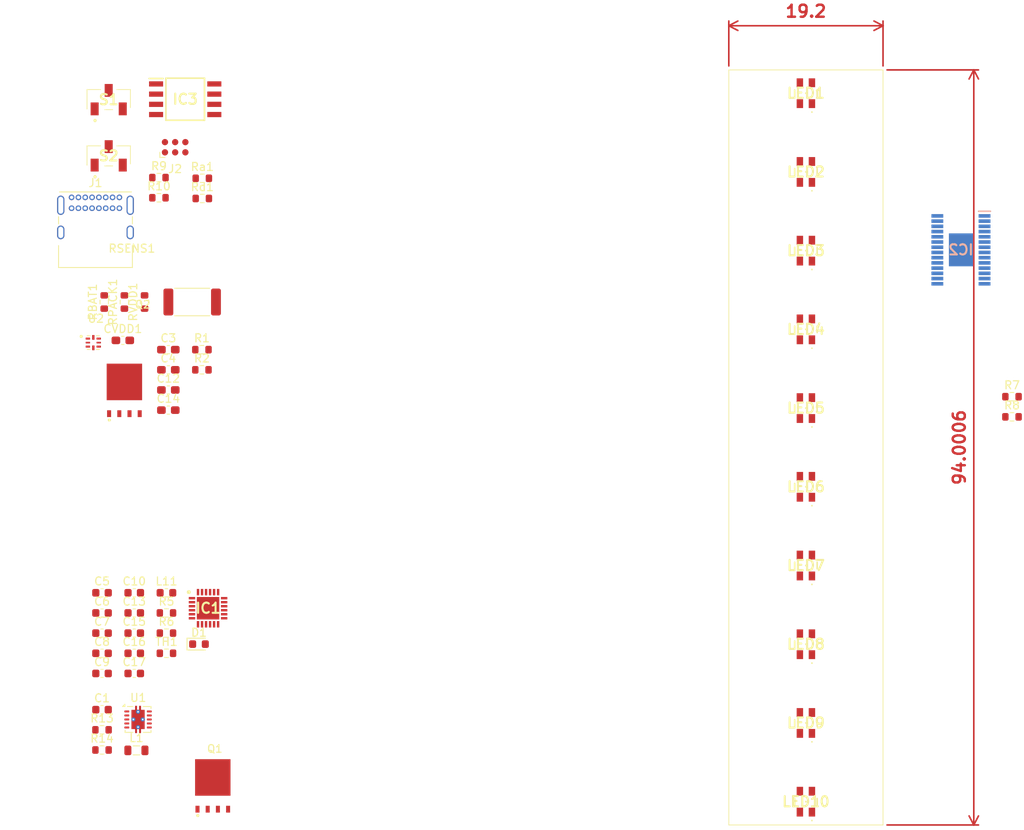
<source format=kicad_pcb>
(kicad_pcb (version 20241229) (generator "pcbnew") (generator_version "9.0")
  (layers (0 "F.Cu" signal) (2 "B.Cu" signal) (13 "F.Paste" user) (15 "B.Paste" user) (5 "F.SilkS" user "F.Silkscreen") (7 "B.SilkS" user "B.Silkscreen") (1 "F.Mask" user) (3 "B.Mask" user) (25 "Edge.Cuts" user))
  (net 0 "")
  (net 1 "FSYNC")
  (net 2 "/BQ25895M/Bat_Voltage")
  (net 3 "V3.3")
  (net 4 "CPOUT")
  (net 5 "/BQ25895M/TS")
  (net 6 "/BQ25895M/BTST")
  (net 7 "Net-(IC1-SW_1)")
  (net 8 "/BMS/PACK+")
  (net 9 "/BQ25895M/REGN")
  (net 10 "Net-(U11-REGOUT)")
  (net 11 "/BQ25895M/PMID")
  (net 12 "Net-(U2-VDD)")
  (net 13 "Net-(D1-A)")
  (net 15 "/BQ25895M/D-")
  (net 17 "/BQ25895M/D+")
  (net 18 "Net-(IC1-STAT)")
  (net 21 "Net-(IC1-ILIM)")
  (net 22 "Net-(IC2-LED1)")
  (net 23 "Net-(IC2-REXT)")
  (net 24 "Net-(IC2-LED3)")
  (net 25 "Net-(IC2-LED11)")
  (net 26 "Net-(IC2-LED2)")
  (net 27 "Net-(IC2-LED10)")
  (net 28 "/ATTiny/SCL")
  (net 30 "Net-(IC2-LED7)")
  (net 31 "Net-(IC2-LED5)")
  (net 32 "Net-(IC2-LED4)")
  (net 33 "Net-(IC2-LED6)")
  (net 34 "+3.3V")
  (net 35 "Net-(IC2-~{RESET})")
  (net 36 "/ATTiny/SDA")
  (net 40 "Net-(IC2-LED0)")
  (net 42 "/ATTiny/PIN_1")
  (net 43 "/ATTiny/PIN_6")
  (net 44 "/ATTiny/PIN_5")
  (net 45 "/ATTiny/PIN_7")
  (net 48 "Net-(J1-CC1)")
  (net 50 "Net-(J1-CC2)")
  (net 51 "Net-(U1-L2)")
  (net 52 "Net-(U1-L1)")
  (net 53 "Net-(U11-AUX_DA)")
  (net 54 "Net-(U11-AUX_CL)")
  (net 55 "Net-(U1-FB)")
  (net 56 "Net-(U2-BAT)")
  (net 57 "Net-(U2-PACK)")
  (net 58 "/BMS/BATT+")
  (net 59 "/BMS/BATT-")
  (net 62 "Net-(Q1-D)")
  (net 63 "Net-(Q1-G)")
  (net 64 "Net-(Q2-G)")
  (footprint "Capacitor_SMD:C_0603_1608Metric" (layer "F.Cu") (at 58.48 101.595)
    (property "Reference" "C10" (at 0 -1.43 0) (layer "F.SilkS"))
    (property "Value" "1u")
    (pad "1" smd roundrect (at -0.775 0) (size 0.9 0.95) (layers "F.Cu" "F.Mask" "F.Paste") (net 1 "FSYNC"))
    (pad "2" smd roundrect (at 0.775 0) (size 0.9 0.95) (layers "F.Cu" "F.Mask" "F.Paste") (net 9 "/BQ25895M/REGN"))
  )
  (footprint "custom:LSE65FBBDA11" (layer "F.Cu") (at 142.1 59)
    (property "Reference" "LED3" (at 0 0 0) (layer "F.SilkS") (effects (font (size 1.27 1.27) (thickness 0.254))))
    (property "Value" "LS_E65F-BBDA-1-1" (hide yes))
    (pad "1" smd rect (at 0.75 1.3) (size 0.8 1.1) (layers "F.Cu" "F.Mask" "F.Paste") (net 26 "Net-(IC2-LED2)"))
    (pad "2" smd rect (at 0.75 -1.3) (size 0.8 1.1) (layers "F.Cu" "F.Mask" "F.Paste") (net 34 "+3.3V"))
    (pad "3" smd rect (at -0.75 1.3) (size 0.8 1.1) (layers "F.Cu" "F.Mask" "F.Paste") (net 34 "+3.3V"))
    (pad "4" smd rect (at -0.75 -1.3) (size 0.8 1.1) (layers "F.Cu" "F.Mask" "F.Paste") (net 34 "+3.3V"))
  )
  (footprint "Capacitor_SMD:C_0603_1608Metric_Pad1.08x0.95mm_HandSolder" (layer "F.Cu") (at 62.725 78.855)
    (property "Reference" "C14" (at 0 -1.43 0) (layer "F.SilkS"))
    (property "Value" "0.1u")
    (pad "1" smd roundrect (at -0.8625 0) (size 1.075 0.95) (layers "F.Cu" "F.Mask" "F.Paste") (net 10 "Net-(U11-REGOUT)"))
    (pad "2" smd roundrect (at 0.8625 0) (size 1.075 0.95) (layers "F.Cu" "F.Mask" "F.Paste") (net 1 "FSYNC"))
  )
  (footprint "Capacitor_SMD:C_0603_1608Metric_Pad1.08x0.95mm_HandSolder" (layer "F.Cu") (at 62.725 73.835)
    (property "Reference" "C4" (at 0 -1.43 0) (layer "F.SilkS"))
    (property "Value" "0.1u")
    (pad "1" smd roundrect (at -0.8625 0) (size 1.075 0.95) (layers "F.Cu" "F.Mask" "F.Paste") (net 1 "FSYNC"))
    (pad "2" smd roundrect (at 0.8625 0) (size 1.075 0.95) (layers "F.Cu" "F.Mask" "F.Paste") (net 4 "CPOUT"))
  )
  (footprint "custom:SOIC127P798X216-8N" (layer "F.Cu") (at 64.825 40.15)
    (property "Reference" "IC3" (at 0 0 0) (layer "F.SilkS") (effects (font (size 1.27 1.27) (thickness 0.254))))
    (property "Value" "ATTINY85-20SFR" (hide yes))
    (pad "1" smd rect (at -3.625 -1.905 90) (size 0.65 1.75) (layers "F.Cu" "F.Mask" "F.Paste") (net 42 "/ATTiny/PIN_1"))
    (pad "2" smd rect (at -3.625 -0.635 90) (size 0.65 1.75) (layers "F.Cu" "F.Mask" "F.Paste"))
    (pad "3" smd rect (at -3.625 0.635 90) (size 0.65 1.75) (layers "F.Cu" "F.Mask" "F.Paste"))
    (pad "4" smd rect (at -3.625 1.905 90) (size 0.65 1.75) (layers "F.Cu" "F.Mask" "F.Paste") (net 1 "FSYNC"))
    (pad "5" smd rect (at 3.625 1.905 90) (size 0.65 1.75) (layers "F.Cu" "F.Mask" "F.Paste") (net 44 "/ATTiny/PIN_5"))
    (pad "6" smd rect (at 3.625 0.635 90) (size 0.65 1.75) (layers "F.Cu" "F.Mask" "F.Paste") (net 43 "/ATTiny/PIN_6"))
    (pad "7" smd rect (at 3.625 -0.635 90) (size 0.65 1.75) (layers "F.Cu" "F.Mask" "F.Paste") (net 45 "/ATTiny/PIN_7"))
    (pad "8" smd rect (at 3.625 -1.905 90) (size 0.65 1.75) (layers "F.Cu" "F.Mask" "F.Paste") (net 34 "+3.3V"))
  )
  (footprint "Resistor_SMD:R_0603_1608Metric" (layer "F.Cu") (at 167.755 77.18)
    (property "Reference" "R7" (at 0 -1.43 0) (layer "F.SilkS"))
    (property "Value" "23")
    (pad "1" smd roundrect (at -0.825 0) (size 0.8 0.95) (layers "F.Cu" "F.Mask" "F.Paste") (net 1 "FSYNC"))
    (pad "2" smd roundrect (at 0.825 0) (size 0.8 0.95) (layers "F.Cu" "F.Mask" "F.Paste") (net 23 "Net-(IC2-REXT)"))
  )
  (footprint "custom:LSE65FBBDA11" (layer "F.Cu") (at 142.1 98.2)
    (property "Reference" "LED7" (at 0 0 0) (layer "F.SilkS") (effects (font (size 1.27 1.27) (thickness 0.254))))
    (property "Value" "LS_E65F-BBDA-1-1" (hide yes))
    (pad "1" smd rect (at 0.75 1.3) (size 0.8 1.1) (layers "F.Cu" "F.Mask" "F.Paste") (net 33 "Net-(IC2-LED6)"))
    (pad "2" smd rect (at 0.75 -1.3) (size 0.8 1.1) (layers "F.Cu" "F.Mask" "F.Paste") (net 34 "+3.3V"))
    (pad "3" smd rect (at -0.75 1.3) (size 0.8 1.1) (layers "F.Cu" "F.Mask" "F.Paste") (net 34 "+3.3V"))
    (pad "4" smd rect (at -0.75 -1.3) (size 0.8 1.1) (layers "F.Cu" "F.Mask" "F.Paste") (net 34 "+3.3V"))
  )
  (footprint "Capacitor_SMD:C_0603_1608Metric" (layer "F.Cu") (at 54.47 104.105)
    (property "Reference" "C6" (at 0 -1.43 0) (layer "F.SilkS"))
    (property "Value" "1u")
    (pad "1" smd roundrect (at -0.775 0) (size 0.9 0.95) (layers "F.Cu" "F.Mask" "F.Paste") (net 5 "/BQ25895M/TS"))
    (pad "2" smd roundrect (at 0.775 0) (size 0.9 0.95) (layers "F.Cu" "F.Mask" "F.Paste") (net 1 "FSYNC"))
  )
  (footprint "custom:QFN50P400X400X80-25N-D" (layer "F.Cu") (at 67.67 103.515)
    (property "Reference" "IC1" (at 0 0 0) (layer "F.SilkS") (effects (font (size 1.27 1.27) (thickness 0.254))))
    (property "Value" "BQ25895MRTWT" (hide yes))
    (pad "1" smd rect (at -2 -1.25 90) (size 0.3 0.8) (layers "F.Cu" "F.Mask" "F.Paste") (net 5 "/BQ25895M/TS"))
    (pad "2" smd rect (at -2 -0.75 90) (size 0.3 0.8) (layers "F.Cu" "F.Mask" "F.Paste") (net 17 "/BQ25895M/D+"))
    (pad "3" smd rect (at -2 -0.25 90) (size 0.3 0.8) (layers "F.Cu" "F.Mask" "F.Paste") (net 15 "/BQ25895M/D-"))
    (pad "4" smd rect (at -2 0.25 90) (size 0.3 0.8) (layers "F.Cu" "F.Mask" "F.Paste") (net 18 "Net-(IC1-STAT)"))
    (pad "5" smd rect (at -2 0.75 90) (size 0.3 0.8) (layers "F.Cu" "F.Mask" "F.Paste"))
    (pad "6" smd rect (at -2 1.25 90) (size 0.3 0.8) (layers "F.Cu" "F.Mask" "F.Paste"))
    (pad "7" smd rect (at -1.25 2) (size 0.3 0.8) (layers "F.Cu" "F.Mask" "F.Paste"))
    (pad "8" smd rect (at -0.75 2) (size 0.3 0.8) (layers "F.Cu" "F.Mask" "F.Paste"))
    (pad "9" smd rect (at -0.25 2) (size 0.3 0.8) (layers "F.Cu" "F.Mask" "F.Paste") (net 1 "FSYNC"))
    (pad "10" smd rect (at 0.25 2) (size 0.3 0.8) (layers "F.Cu" "F.Mask" "F.Paste") (net 21 "Net-(IC1-ILIM)"))
    (pad "11" smd rect (at 0.75 2) (size 0.3 0.8) (layers "F.Cu" "F.Mask" "F.Paste") (net 5 "/BQ25895M/TS"))
    (pad "12" smd rect (at 1.25 2) (size 0.3 0.8) (layers "F.Cu" "F.Mask" "F.Paste") (net 1 "FSYNC"))
    (pad "13" smd rect (at 2 1.25 90) (size 0.3 0.8) (layers "F.Cu" "F.Mask" "F.Paste") (net 8 "/BMS/PACK+"))
    (pad "14" smd rect (at 2 0.75 90) (size 0.3 0.8) (layers "F.Cu" "F.Mask" "F.Paste") (net 8 "/BMS/PACK+"))
    (pad "15" smd rect (at 2 0.25 90) (size 0.3 0.8) (layers "F.Cu" "F.Mask" "F.Paste") (net 2 "/BQ25895M/Bat_Voltage"))
    (pad "16" smd rect (at 2 -0.25 90) (size 0.3 0.8) (layers "F.Cu" "F.Mask" "F.Paste") (net 2 "/BQ25895M/Bat_Voltage"))
    (pad "17" smd rect (at 2 -0.75 90) (size 0.3 0.8) (layers "F.Cu" "F.Mask" "F.Paste") (net 1 "FSYNC"))
    (pad "18" smd rect (at 2 -1.25 90) (size 0.3 0.8) (layers "F.Cu" "F.Mask" "F.Paste") (net 1 "FSYNC"))
    (pad "19" smd rect (at 1.25 -2) (size 0.3 0.8) (layers "F.Cu" "F.Mask" "F.Paste") (net 7 "Net-(IC1-SW_1)"))
    (pad "20" smd rect (at 0.75 -2) (size 0.3 0.8) (layers "F.Cu" "F.Mask" "F.Paste") (net 7 "Net-(IC1-SW_1)"))
    (pad "21" smd rect (at 0.25 -2) (size 0.3 0.8) (layers "F.Cu" "F.Mask" "F.Paste") (net 6 "/BQ25895M/BTST"))
    (pad "22" smd rect (at -0.25 -2) (size 0.3 0.8) (layers "F.Cu" "F.Mask" "F.Paste") (net 9 "/BQ25895M/REGN"))
    (pad "23" smd rect (at -0.75 -2) (size 0.3 0.8) (layers "F.Cu" "F.Mask" "F.Paste") (net 11 "/BQ25895M/PMID"))
    (pad "24" smd rect (at -1.25 -2) (size 0.3 0.8) (layers "F.Cu" "F.Mask" "F.Paste") (net 1 "FSYNC"))
    (pad "25" smd rect (at 0 0) (size 2.8 2.8) (layers "F.Cu" "F.Mask" "F.Paste") (net 1 "FSYNC"))
  )
  (footprint "Resistor_SMD:R_0603_1608Metric" (layer "F.Cu") (at 62.49 109.125)
    (property "Reference" "TH1" (at 0 -1.43 0) (layer "F.SilkS"))
    (property "Value" "Thermistor_NTC")
    (pad "1" smd roundrect (at -0.825 0) (size 0.8 0.95) (layers "F.Cu" "F.Mask" "F.Paste") (net 5 "/BQ25895M/TS"))
    (pad "2" smd roundrect (at 0.825 0) (size 0.8 0.95) (layers "F.Cu" "F.Mask" "F.Paste") (net 1 "FSYNC"))
  )
  (footprint "Resistor_SMD:R_0603_1608Metric" (layer "F.Cu") (at 59.765 65.395 90)
    (property "Reference" "RVDD1" (at 0 -1.43 90) (layer "F.SilkS"))
    (property "Value" "330")
    (pad "1" smd roundrect (at -0.825 0 90) (size 0.8 0.95) (layers "F.Cu" "F.Mask" "F.Paste") (net 8 "/BMS/PACK+"))
    (pad "2" smd roundrect (at 0.825 0 90) (size 0.8 0.95) (layers "F.Cu" "F.Mask" "F.Paste") (net 12 "Net-(U2-VDD)"))
  )
  (footprint "custom:MOSFET_BSC093N04LSGATMA1" (layer "F.Cu") (at 57.255 76.395)
    (property "Reference" "Q2" (at 2.27725 -10.68248 0) (layer "F.SilkS") (effects (font (size 0.949354 0.949354))))
    (property "Value" "Q_NMOS_Depletion_DSG")
    (pad "1" smd rect (at -1.905 2.9) (size 0.5 0.85) (layers "F.Cu" "F.Mask") (net 62 "Net-(Q1-D)"))
    (pad "2" smd rect (at -0.635 2.9) (size 0.5 0.85) (layers "F.Cu" "F.Mask") (net 8 "/BMS/PACK+"))
    (pad "3" smd rect (at 0.635 2.9) (size 0.5 0.85) (layers "F.Cu" "F.Mask") (net 64 "Net-(Q2-G)"))
    (pad "4" smd rect (at 1.905 2.9) (size 0.5 0.85) (layers "F.Cu" "F.Mask"))
    (pad "5" smd rect (at 0 -1.05) (size 4.41 4.55) (layers "F.Cu" "F.Mask"))
  )
  (footprint "Resistor_SMD:R_0603_1608Metric" (layer "F.Cu") (at 62.49 104.105)
    (property "Reference" "R5" (at 0 -1.43 0) (layer "F.SilkS"))
    (property "Value" "322")
    (pad "1" smd roundrect (at -0.825 0) (size 0.8 0.95) (layers "F.Cu" "F.Mask" "F.Paste") (net 21 "Net-(IC1-ILIM)"))
    (pad "2" smd roundrect (at 0.825 0) (size 0.8 0.95) (layers "F.Cu" "F.Mask" "F.Paste") (net 1 "FSYNC"))
  )
  (footprint "Resistor_SMD:R_0603_1608Metric" (layer "F.Cu") (at 62.49 106.615)
    (property "Reference" "R6" (at 0 -1.43 0) (layer "F.SilkS"))
    (property "Value" "2k2")
    (pad "1" smd roundrect (at -0.825 0) (size 0.8 0.95) (layers "F.Cu" "F.Mask" "F.Paste") (net 13 "Net-(D1-A)"))
    (pad "2" smd roundrect (at 0.825 0) (size 0.8 0.95) (layers "F.Cu" "F.Mask" "F.Paste") (net 18 "Net-(IC1-STAT)"))
  )
  (footprint "Capacitor_SMD:C_0603_1608Metric" (layer "F.Cu") (at 58.48 104.105)
    (property "Reference" "C13" (at 0 -1.43 0) (layer "F.SilkS"))
    (property "Value" "4.7u")
    (pad "1" smd roundrect (at -0.775 0) (size 0.9 0.95) (layers "F.Cu" "F.Mask" "F.Paste") (net 1 "FSYNC"))
    (pad "2" smd roundrect (at 0.775 0) (size 0.9 0.95) (layers "F.Cu" "F.Mask" "F.Paste") (net 9 "/BQ25895M/REGN"))
  )
  (footprint "custom:LSE65FBBDA11" (layer "F.Cu") (at 142.1 88.4)
    (property "Reference" "LED6" (at 0 0 0) (layer "F.SilkS") (effects (font (size 1.27 1.27) (thickness 0.254))))
    (property "Value" "LS_E65F-BBDA-1-1" (hide yes))
    (pad "1" smd rect (at 0.75 1.3) (size 0.8 1.1) (layers "F.Cu" "F.Mask" "F.Paste") (net 31 "Net-(IC2-LED5)"))
    (pad "2" smd rect (at 0.75 -1.3) (size 0.8 1.1) (layers "F.Cu" "F.Mask" "F.Paste") (net 34 "+3.3V"))
    (pad "3" smd rect (at -0.75 1.3) (size 0.8 1.1) (layers "F.Cu" "F.Mask" "F.Paste") (net 34 "+3.3V"))
    (pad "4" smd rect (at -0.75 -1.3) (size 0.8 1.1) (layers "F.Cu" "F.Mask" "F.Paste") (net 34 "+3.3V"))
  )
  (footprint "Inductor_SMD:L_0805_2012Metric" (layer "F.Cu") (at 58.75 121.215)
    (property "Reference" "L1" (at 0 -1.55 0) (layer "F.SilkS"))
    (property "Value" "2.2uH")
    (pad "1" smd roundrect (at -1.0625 0) (size 0.875 1.2) (layers "F.Cu" "F.Mask" "F.Paste") (net 52 "Net-(U1-L1)"))
    (pad "2" smd roundrect (at 1.0625 0) (size 0.875 1.2) (layers "F.Cu" "F.Mask" "F.Paste") (net 51 "Net-(U1-L2)"))
  )
  (footprint "Resistor_SMD:R_2512_6332Metric" (layer "F.Cu") (at 65.6925 65.395)
    (property "Reference" "RSENS1" (at -7.505 -6.66 0) (layer "F.SilkS"))
    (property "Value" "322")
    (pad "1" smd roundrect (at -2.9625 0) (size 1.225 3.35) (layers "F.Cu" "F.Mask" "F.Paste") (roundrect_rratio 0.204082) (net 1 "FSYNC"))
    (pad "2" smd roundrect (at 2.9625 0) (size 1.225 3.35) (layers "F.Cu" "F.Mask" "F.Paste") (roundrect_rratio 0.204082) (net 59 "/BMS/BATT-"))
  )
  (footprint "Resistor_SMD:R_0603_1608Metric" (layer "F.Cu") (at 61.555 49.905)
    (property "Reference" "R9" (at 0 -1.43 0) (layer "F.SilkS"))
    (property "Value" "10k")
    (pad "1" smd roundrect (at -0.825 0) (size 0.8 0.95) (layers "F.Cu" "F.Mask" "F.Paste") (net 34 "+3.3V"))
    (pad "2" smd roundrect (at 0.825 0) (size 0.8 0.95) (layers "F.Cu" "F.Mask" "F.Paste") (net 28 "/ATTiny/SCL"))
  )
  (footprint "custom:LSE65FBBDA11" (layer "F.Cu") (at 142.1 49.2)
    (property "Reference" "LED2" (at 0 0 0) (layer "F.SilkS") (effects (font (size 1.27 1.27) (thickness 0.254))))
    (property "Value" "LS_E65F-BBDA-1-1" (hide yes))
    (pad "1" smd rect (at 0.75 1.3) (size 0.8 1.1) (layers "F.Cu" "F.Mask" "F.Paste") (net 22 "Net-(IC2-LED1)"))
    (pad "2" smd rect (at 0.75 -1.3) (size 0.8 1.1) (layers "F.Cu" "F.Mask" "F.Paste") (net 34 "+3.3V"))
    (pad "3" smd rect (at -0.75 1.3) (size 0.8 1.1) (layers "F.Cu" "F.Mask" "F.Paste") (net 34 "+3.3V"))
    (pad "4" smd rect (at -0.75 -1.3) (size 0.8 1.1) (layers "F.Cu" "F.Mask" "F.Paste") (net 34 "+3.3V"))
  )
  (footprint "Capacitor_SMD:C_0603_1608Metric" (layer "F.Cu") (at 58.48 109.125)
    (property "Reference" "C16" (at 0 -1.43 0) (layer "F.SilkS"))
    (property "Value" "10u")
    (pad "1" smd roundrect (at -0.775 0) (size 0.9 0.95) (layers "F.Cu" "F.Mask" "F.Paste") (net 2 "/BQ25895M/Bat_Voltage"))
    (pad "2" smd roundrect (at 0.775 0) (size 0.9 0.95) (layers "F.Cu" "F.Mask" "F.Paste") (net 1 "FSYNC"))
  )
  (footprint "custom:CAS120A1" (layer "F.Cu") (at 55.3 40.2)
    (property "Reference" "S1" (at 0 0 0) (layer "F.SilkS") (effects (font (size 1.27 1.27) (thickness 0.254))))
    (property "Value" "CAS-120A1" (hide yes))
    (pad "1" smd rect (at -1.75 1.15) (size 1 1.6) (layers "F.Cu" "F.Mask" "F.Paste") (net 44 "/ATTiny/PIN_5"))
    (pad "2" smd rect (at 0 -1.15) (size 1 1.6) (layers "F.Cu" "F.Mask" "F.Paste") (net 28 "/ATTiny/SCL"))
    (pad "3" smd rect (at 1.75 1.15) (size 1 1.6) (layers "F.Cu" "F.Mask" "F.Paste"))
  )
  (footprint "custom:LSE65FBBDA11" (layer "F.Cu") (at 142.1 117.8)
    (property "Reference" "LED9" (at 0 0 0) (layer "F.SilkS") (effects (font (size 1.27 1.27) (thickness 0.254))))
    (property "Value" "LS_E65F-BBDA-1-1" (hide yes))
    (pad "1" smd rect (at 0.75 1.3) (size 0.8 1.1) (layers "F.Cu" "F.Mask" "F.Paste") (net 25 "Net-(IC2-LED11)"))
    (pad "2" smd rect (at 0.75 -1.3) (size 0.8 1.1) (layers "F.Cu" "F.Mask" "F.Paste") (net 34 "+3.3V"))
    (pad "3" smd rect (at -0.75 1.3) (size 0.8 1.1) (layers "F.Cu" "F.Mask" "F.Paste") (net 34 "+3.3V"))
    (pad "4" smd rect (at -0.75 -1.3) (size 0.8 1.1) (layers "F.Cu" "F.Mask" "F.Paste") (net 34 "+3.3V"))
  )
  (footprint "custom:MOSFET_BSC093N04LSGATMA1" (layer "F.Cu") (at 68.26 125.635)
    (property "Reference" "Q1" (at 0.25225 -4.61748 0) (layer "F.SilkS") (effects (font (size 0.949354 0.949354))))
    (property "Value" "Q_NMOS_Depletion_DSG")
    (pad "1" smd rect (at -1.905 2.9) (size 0.5 0.85) (layers "F.Cu" "F.Mask") (net 62 "Net-(Q1-D)"))
    (pad "2" smd rect (at -0.635 2.9) (size 0.5 0.85) (layers "F.Cu" "F.Mask") (net 58 "/BMS/BATT+"))
    (pad "3" smd rect (at 0.635 2.9) (size 0.5 0.85) (layers "F.Cu" "F.Mask") (net 63 "Net-(Q1-G)"))
    (pad "4" smd rect (at 1.905 2.9) (size 0.5 0.85) (layers "F.Cu" "F.Mask"))
    (pad "5" smd rect (at 0 -1.05) (size 4.41 4.55) (layers "F.Cu" "F.Mask"))
  )
  (footprint "LED_SMD:LED_0603_1608Metric" (layer "F.Cu") (at 66.54 107.985)
    (property "Reference" "D1" (at 0 -1.43 0) (layer "F.SilkS"))
    (property "Value" "LED")
    (pad "1" smd roundrect (at -0.7875 0) (size 0.875 0.95) (layers "F.Cu" "F.Mask" "F.Paste") (net 2 "/BQ25895M/Bat_Voltage"))
    (pad "2" smd roundrect (at 0.7875 0) (size 0.875 0.95) (layers "F.Cu" "F.Mask" "F.Paste") (net 13 "Net-(D1-A)"))
  )
  (footprint "Capacitor_SMD:C_0603_1608Metric" (layer "F.Cu") (at 54.47 101.595)
    (property "Reference" "C5" (at 0 -1.43 0) (layer "F.SilkS"))
    (property "Value" "22u")
    (pad "1" smd roundrect (at -0.775 0) (size 0.9 0.95) (layers "F.Cu" "F.Mask" "F.Paste") (net 5 "/BQ25895M/TS"))
    (pad "2" smd roundrect (at 0.775 0) (size 0.9 0.95) (layers "F.Cu" "F.Mask" "F.Paste") (net 1 "FSYNC"))
  )
  (footprint "Resistor_SMD:R_0603_1608Metric" (layer "F.Cu") (at 57.255 65.395 90)
    (property "Reference" "RPACK1" (at 0 -1.43 90) (layer "F.SilkS"))
    (property "Value" "100k")
    (pad "1" smd roundrect (at -0.825 0 90) (size 0.8 0.95) (layers "F.Cu" "F.Mask" "F.Paste") (net 58 "/BMS/BATT+"))
    (pad "2" smd roundrect (at 0.825 0 90) (size 0.8 0.95) (layers "F.Cu" "F.Mask" "F.Paste") (net 57 "Net-(U2-PACK)"))
  )
  (footprint "Resistor_SMD:R_0603_1608Metric" (layer "F.Cu") (at 167.755 79.69)
    (property "Reference" "R8" (at 0 -1.43 0) (layer "F.SilkS"))
    (property "Value" "10k")
    (pad "1" smd roundrect (at -0.825 0) (size 0.8 0.95) (layers "F.Cu" "F.Mask" "F.Paste") (net 35 "Net-(IC2-~{RESET})"))
    (pad "2" smd roundrect (at 0.825 0) (size 0.8 0.95) (layers "F.Cu" "F.Mask" "F.Paste") (net 34 "+3.3V"))
  )
  (footprint "Package_SON:Texas_DRC0010J_ThermalVias" (layer "F.Cu") (at 58.955 117.365)
    (property "Reference" "U1" (at 0.02032 -2.7 0) (layer "F.SilkS"))
    (property "Value" "TPS63000-Q1")
    (pad "1" smd roundrect (at -1.4 -1) (size 0.6 0.24) (layers "F.Cu" "F.Mask" "F.Paste") (net 34 "+3.3V"))
    (pad "2" smd roundrect (at -1.4 -0.5) (size 0.6 0.24) (layers "F.Cu" "F.Mask" "F.Paste") (net 51 "Net-(U1-L2)"))
    (pad "3" smd roundrect (at -1.4 0) (size 0.6 0.24) (layers "F.Cu" "F.Mask" "F.Paste") (net 1 "FSYNC"))
    (pad "4" smd roundrect (at -1.4 0.5) (size 0.6 0.24) (layers "F.Cu" "F.Mask" "F.Paste") (net 52 "Net-(U1-L1)"))
    (pad "5" smd roundrect (at -1.4 1) (size 0.6 0.24) (layers "F.Cu" "F.Mask" "F.Paste") (net 2 "/BQ25895M/Bat_Voltage"))
    (pad "6" smd roundrect (at 1.4 1) (size 0.6 0.24) (layers "F.Cu" "F.Mask" "F.Paste") (net 2 "/BQ25895M/Bat_Voltage"))
    (pad "7" smd roundrect (at 1.4 0.5) (size 0.6 0.24) (layers "F.Cu" "F.Mask" "F.Paste") (net 2 "/BQ25895M/Bat_Voltage"))
    (pad "8" smd roundrect (at 1.4 0) (size 0.6 0.24) (layers "F.Cu" "F.Mask" "F.Paste") (net 2 "/BQ25895M/Bat_Voltage"))
    (pad "9" smd roundrect (at 1.4 -0.5) (size 0.6 0.24) (layers "F.Cu" "F.Mask" "F.Paste") (net 1 "FSYNC"))
    (pad "10" smd roundrect (at 1.4 -1) (size 0.6 0.24) (layers "F.Cu" "F.Mask" "F.Paste") (net 55 "Net-(U1-FB)"))
    (pad "11" thru_hole circle (at -0.575 0) (size 0.5 0.5) (drill 0.2) (layers "*.Cu") (net 1 "FSYNC"))
    (pad "11" thru_hole circle (at 0 -0.95) (size 0.5 0.5) (drill 0.2) (layers "*.Cu") (net 1 "FSYNC"))
    (pad "11" smd custom (at 0 0) (size 1.65 2.4) (layers "F.Cu" "F.Mask") (net 1 "FSYNC") (options (clearance outline) (anchor rect)) (primitives (gr_poly (pts (xy -0.125 -1.1) (xy 0.125 -1.1) (xy 0.125 -1.7) (xy 0.375 -1.7) (xy 0.375 1.7) (xy 0.125 1.7) (xy 0.125 1.1) (xy -0.125 1.1) (xy -0.125 1.7) (xy -0.375 1.7) (xy -0.375 -1.7) (xy -0.125 -1.7)) (width 0) (fill yes))))
    (pad "11" thru_hole circle (at 0 0.95) (size 0.5 0.5) (drill 0.2) (layers "*.Cu") (net 1 "FSYNC"))
    (pad "11" thru_hole circle (at 0.575 0) (size 0.5 0.5) (drill 0.2) (layers "*.Cu") (net 1 "FSYNC"))
  )
  (footprint "custom:LSE65FBBDA11" (layer "F.Cu") (at 142.1 78.6)
    (property "Reference" "LED5" (at 0 0 0) (layer "F.SilkS") (effects (font (size 1.27 1.27) (thickness 0.254))))
    (property "Value" "LS_E65F-BBDA-1-1" (hide yes))
    (pad "1" smd rect (at 0.75 1.3) (size 0.8 1.1) (layers "F.Cu" "F.Mask" "F.Paste") (net 32 "Net-(IC2-LED4)"))
    (pad "2" smd rect (at 0.75 -1.3) (size 0.8 1.1) (layers "F.Cu" "F.Mask" "F.Paste") (net 34 "+3.3V"))
    (pad "3" smd rect (at -0.75 1.3) (size 0.8 1.1) (layers "F.Cu" "F.Mask" "F.Paste") (net 34 "+3.3V"))
    (pad "4" smd rect (at -0.75 -1.3) (size 0.8 1.1) (layers "F.Cu" "F.Mask" "F.Paste") (net 34 "+3.3V"))
  )
  (footprint "Capacitor_SMD:C_0603_1608Metric" (layer "F.Cu") (at 58.48 111.635)
    (property "Reference" "C17" (at 0 -1.43 0) (layer "F.SilkS"))
    (property "Value" "40u")
    (pad "1" smd roundrect (at -0.775 0) (size 0.9 0.95) (layers "F.Cu" "F.Mask" "F.Paste") (net 1 "FSYNC"))
    (pad "2" smd roundrect (at 0.775 0) (size 0.9 0.95) (layers "F.Cu" "F.Mask" "F.Paste") (net 11 "/BQ25895M/PMID"))
  )
  (footprint "Resistor_SMD:R_0603_1608Metric" (layer "F.Cu") (at 54.47 118.655)
    (property "Reference" "R13" (at 0 -1.43 0) (layer "F.SilkS"))
    (property "Value" "1M")
    (pad "1" smd roundrect (at -0.825 0) (size 0.8 0.95) (layers "F.Cu" "F.Mask" "F.Paste") (net 34 "+3.3V"))
    (pad "2" smd roundrect (at 0.825 0) (size 0.8 0.95) (layers "F.Cu" "F.Mask" "F.Paste") (net 55 "Net-(U1-FB)"))
  )
  (footprint "custom:LSE65FBBDA11" (layer "F.Cu") (at 142.1 68.8)
    (property "Reference" "LED4" (at 0 0 0) (layer "F.SilkS") (effects (font (size 1.27 1.27) (thickness 0.254))))
    (property "Value" "LS_E65F-BBDA-1-1" (hide yes))
    (pad "1" smd rect (at 0.75 1.3) (size 0.8 1.1) (layers "F.Cu" "F.Mask" "F.Paste") (net 24 "Net-(IC2-LED3)"))
    (pad "2" smd rect (at 0.75 -1.3) (size 0.8 1.1) (layers "F.Cu" "F.Mask" "F.Paste") (net 34 "+3.3V"))
    (pad "3" smd rect (at -0.75 1.3) (size 0.8 1.1) (layers "F.Cu" "F.Mask" "F.Paste") (net 34 "+3.3V"))
    (pad "4" smd rect (at -0.75 -1.3) (size 0.8 1.1) (layers "F.Cu" "F.Mask" "F.Paste") (net 34 "+3.3V"))
  )
  (footprint "custom:LSE65FBBDA11" (layer "F.Cu") (at 142.1 39.4)
    (property "Reference" "LED1" (at 0 0 0) (layer "F.SilkS") (effects (font (size 1.27 1.27) (thickness 0.254))))
    (property "Value" "LS_E65F-BBDA-1-1" (hide yes))
    (pad "1" smd rect (at 0.75 1.3) (size 0.8 1.1) (layers "F.Cu" "F.Mask" "F.Paste") (net 40 "Net-(IC2-LED0)"))
    (pad "2" smd rect (at 0.75 -1.3) (size 0.8 1.1) (layers "F.Cu" "F.Mask" "F.Paste") (net 34 "+3.3V"))
    (pad "3" smd rect (at -0.75 1.3) (size 0.8 1.1) (layers "F.Cu" "F.Mask" "F.Paste") (net 34 "+3.3V"))
    (pad "4" smd rect (at -0.75 -1.3) (size 0.8 1.1) (layers "F.Cu" "F.Mask" "F.Paste") (net 34 "+3.3V"))
  )
  (footprint "Resistor_SMD:R_0603_1608Metric" (layer "F.Cu") (at 54.47 121.165)
    (property "Reference" "R14" (at 0 -1.43 0) (layer "F.SilkS"))
    (property "Value" "178k")
    (pad "1" smd roundrect (at -0.825 0) (size 0.8 0.95) (layers "F.Cu" "F.Mask" "F.Paste") (net 55 "Net-(U1-FB)"))
    (pad "2" smd roundrect (at 0.825 0) (size 0.8 0.95) (layers "F.Cu" "F.Mask" "F.Paste") (net 1 "FSYNC"))
  )
  (footprint "Capacitor_SMD:C_0603_1608Metric" (layer "F.Cu") (at 54.47 106.615)
    (property "Reference" "C7" (at 0 -1.43 0) (layer "F.SilkS"))
    (property "Value" "4.7u")
    (pad "1" smd roundrect (at -0.775 0) (size 0.9 0.95) (layers "F.Cu" "F.Mask" "F.Paste") (net 6 "/BQ25895M/BTST"))
    (pad "2" smd roundrect (at 0.775 0) (size 0.9 0.95) (layers "F.Cu" "F.Mask" "F.Paste") (net 7 "Net-(IC1-SW_1)"))
  )
  (footprint "custom:CAS120A1" (layer "F.Cu") (at 55.3 47.2)
    (property "Reference" "S2" (at 0 0 0) (layer "F.SilkS") (effects (font (size 1.27 1.27) (thickness 0.254))))
    (property "Value" "CAS-120A1" (hide yes))
    (pad "1" smd rect (at -1.75 1.15) (size 1 1.6) (layers "F.Cu" "F.Mask" "F.Paste") (net 45 "/ATTiny/PIN_7"))
    (pad "2" smd rect (at 0 -1.15) (size 1 1.6) (layers "F.Cu" "F.Mask" "F.Paste") (net 36 "/ATTiny/SDA"))
    (pad "3" smd rect (at 1.75 1.15) (size 1 1.6) (layers "F.Cu" "F.Mask" "F.Paste"))
  )
  (footprint "Capacitor_SMD:C_0603_1608Metric" (layer "F.Cu") (at 58.48 106.615)
    (property "Reference" "C15" (at 0 -1.43 0) (layer "F.SilkS"))
    (property "Value" "10u")
    (pad "1" smd roundrect (at -0.775 0) (size 0.9 0.95) (layers "F.Cu" "F.Mask" "F.Paste") (net 2 "/BQ25895M/Bat_Voltage"))
    (pad "2" smd roundrect (at 0.775 0) (size 0.9 0.95) (layers "F.Cu" "F.Mask" "F.Paste") (net 1 "FSYNC"))
  )
  (footprint "Capacitor_SMD:C_0603_1608Metric" (layer "F.Cu") (at 54.47 111.635)
    (property "Reference" "C9" (at 0 -1.43 0) (layer "F.SilkS"))
    (property "Value" "22u")
    (pad "1" smd roundrect (at -0.775 0) (size 0.9 0.95) (layers "F.Cu" "F.Mask" "F.Paste") (net 5 "/BQ25895M/TS"))
    (pad "2" smd roundrect (at 0.775 0) (size 0.9 0.95) (layers "F.Cu" "F.Mask" "F.Paste") (net 1 "FSYNC"))
  )
  (footprint "custom:QFN50P150X150X40-8N" (layer "F.Cu") (at 53.385 70.45)
    (property "Reference" "U2" (at 0.322935 -2.991365 0) (layer "F.SilkS") (effects (font (size 1.002134 1.002134))))
    (property "Value" "BQ298xy")
    (pad "1" smd roundrect (at -0.675 -0.5) (size 0.55 0.25) (layers "F.Cu" "F.Mask" "F.Paste") (roundrect_rratio 0.125) (net 56 "Net-(U2-BAT)"))
    (pad "2" smd roundrect (at -0.675 0) (size 0.55 0.2) (layers "F.Cu" "F.Mask" "F.Paste") (roundrect_rratio 0.125) (net 12 "Net-(U2-VDD)"))
    (pad "3" smd roundrect (at -0.675 0.5) (size 0.55 0.25) (layers "F.Cu" "F.Mask" "F.Paste") (roundrect_rratio 0.125) (net 1 "FSYNC"))
    (pad "4" smd roundrect (at 0 0.65) (size 0.3 0.6) (layers "F.Cu" "F.Mask" "F.Paste") (roundrect_rratio 0.125) (net 59 "/BMS/BATT-"))
    (pad "5" smd roundrect (at 0.675 0.5) (size 0.55 0.25) (layers "F.Cu" "F.Mask" "F.Paste") (roundrect_rratio 0.125) (net 64 "Net-(Q2-G)"))
    (pad "6" smd roundrect (at 0.675 0) (size 0.55 0.2) (layers "F.Cu" "F.Mask" "F.Paste") (roundrect_rratio 0.125) (net 63 "Net-(Q1-G)"))
    (pad "7" smd roundrect (at 0.675 -0.5) (size 0.55 0.25) (layers "F.Cu" "F.Mask" "F.Paste") (roundrect_rratio 0.125) (net 57 "Net-(U2-PACK)"))
    (pad "8" smd roundrect (at 0 -0.65) (size 0.3 0.6) (layers "F.Cu" "F.Mask" "F.Paste") (roundrect_rratio 0.125) (net 59 "/BMS/BATT-"))
  )
  (footprint "Connector_USB:USB_C_Receptacle_GCT_USB4085" (layer "F.Cu") (at 50.68 52.37)
    (property "Reference" "J1" (at 2.975 -1.8 0) (layer "F.SilkS"))
    (property "Value" "USB_C_Receptacle_USB2.0_16P")
    (pad "A1" thru_hole circle (at 0 0) (size 0.7 0.7) (drill 0.4) (layers "*.Cu" "*.Mask") (net 1 "FSYNC"))
    (pad "A4" thru_hole circle (at 0.85 0) (size 0.7 0.7) (drill 0.4) (layers "*.Cu" "*.Mask") (net 5 "/BQ25895M/TS"))
    (pad "A5" thru_hole circle (at 1.7 0) (size 0.7 0.7) (drill 0.4) (layers "*.Cu" "*.Mask") (net 48 "Net-(J1-CC1)"))
    (pad "A6" thru_hole circle (at 2.55 0) (size 0.7 0.7) (drill 0.4) (layers "*.Cu" "*.Mask") (net 17 "/BQ25895M/D+"))
    (pad "A7" thru_hole circle (at 3.4 0) (size 0.7 0.7) (drill 0.4) (layers "*.Cu" "*.Mask") (net 15 "/BQ25895M/D-"))
    (pad "A8" thru_hole circle (at 4.25 0) (size 0.7 0.7) (drill 0.4) (layers "*.Cu" "*.Mask"))
    (pad "A9" thru_hole circle (at 5.1 0) (size 0.7 0.7) (drill 0.4) (layers "*.Cu" "*.Mask") (net 5 "/BQ25895M/TS"))
    (pad "A12" thru_hole circle (at 5.95 0) (size 0.7 0.7) (drill 0.4) (layers "*.Cu" "*.Mask") (net 1 "FSYNC"))
    (pad "B1" thru_hole circle (at 5.95 1.35) (size 0.7 0.7) (drill 0.4) (layers "*.Cu" "*.Mask") (net 1 "FSYNC"))
    (pad "B4" thru_hole circle (at 5.1 1.35) (size 0.7 0.7) (drill 0.4) (layers "*.Cu" "*.Mask") (net 5 "/BQ25895M/TS"))
    (pad "B5" thru_hole circle (at 4.25 1.35) (size 0.7 0.7) (drill 0.4) (layers "*.Cu" "*.Mask") (net 50 "Net-(J1-CC2)"))
    (pad "B6" thru_hole circle (at 3.4 1.35) (size 0.7 0.7) (drill 0.4) (layers "*.Cu" "*.Mask") (net 17 "/BQ25895M/D+"))
    (pad "B7" thru_hole circle (at 2.55 1.35) (size 0.7 0.7) (drill 0.4) (layers "*.Cu" "*.Mask") (net 15 "/BQ25895M/D-"))
    (pad "B8" thru_hole circle (at 1.7 1.35) (size 0.7 0.7) (drill 0.4) (layers "*.Cu" "*.Mask"))
    (pad "B9" thru_hole circle (at 0.85 1.35) (size 0.7 0.7) (drill 0.4) (layers "*.Cu" "*.Mask") (net 5 "/BQ25895M/TS"))
    (pad "B12" thru_hole circle (at 0 1.35) (size 0.7 0.7) (drill 0.4) (layers "*.Cu" "*.Mask") (net 1 "FSYNC"))
    (pad "S1" thru_hole oval (at -1.35 0.98) (size 0.9 2.4) (drill oval 0.6 2.1) (layers "*.Cu" "*.Mask") (net 1 "FSYNC"))
    (pad "S1" thru_hole oval (at -1.35 4.36) (size 0.9 1.7) (drill oval 0.6 1.4) (layers "*.Cu" "*.Mask") (net 1 "FSYNC"))
    (pad "S1" thru_hole oval (at 7.3 0.98) (size 0.9 2.4) (drill oval 0.6 2.1) (layers "*.Cu" "*.Mask") (net 1 "FSYNC"))
    (pad "S1" thru_hole oval (at 7.3 4.36) (size 0.9 1.7) (drill oval 0.6 1.4) (layers "*.Cu" "*.Mask") (net 1 "FSYNC"))
  )
  (footprint "Resistor_SMD:R_0603_1608Metric" (layer "F.Cu") (at 61.555 52.415)
    (property "Reference" "R10" (at 0 -1.43 0) (layer "F.SilkS"))
    (property "Value" "10k")
    (pad "1" smd roundrect (at -0.825 0) (size 0.8 0.95) (layers "F.Cu" "F.Mask" "F.Paste") (net 34 "+3.3V"))
    (pad "2" smd roundrect (at 0.825 0) (size 0.8 0.95) (layers "F.Cu" "F.Mask" "F.Paste") (net 36 "/ATTiny/SDA"))
  )
  (footprint "Resistor_SMD:R_0603_1608Metric" (layer "F.Cu") (at 66.905 73.835)
    (property "Reference" "R2" (at 0 -1.43 0) (layer "F.SilkS"))
    (property "Value" "4.7k")
    (pad "1" smd roundrect (at -0.825 0) (size 0.8 0.95) (layers "F.Cu" "F.Mask" "F.Paste") (net 54 "Net-(U11-AUX_CL)"))
    (pad "2" smd roundrect (at 0.825 0) (size 0.8 0.95) (layers "F.Cu" "F.Mask" "F.Paste") (net 3 "V3.3"))
  )
  (footprint "Resistor_SMD:R_0603_1608Metric" (layer "F.Cu") (at 54.745 65.395 90)
    (property "Reference" "RBAT1" (at 0 -1.43 90) (layer "F.SilkS"))
    (property "Value" "330")
    (pad "1" smd roundrect (at -0.825 0 90) (size 0.8 0.95) (layers "F.Cu" "F.Mask" "F.Paste") (net 8 "/BMS/PACK+"))
    (pad "2" smd roundrect (at 0.825 0 90) (size 0.8 0.95) (layers "F.Cu" "F.Mask" "F.Paste") (net 56 "Net-(U2-BAT)"))
  )
  (footprint "Capacitor_SMD:C_0603_1608Metric_Pad1.08x0.95mm_HandSolder" (layer "F.Cu") (at 62.725 76.345)
    (property "Reference" "C12" (at 0 -1.43 0) (layer "F.SilkS"))
    (property "Value" "0.1u")
    (pad "1" smd roundrect (at -0.8625 0) (size 1.075 0.95) (layers "F.Cu" "F.Mask" "F.Paste") (net 3 "V3.3"))
    (pad "2" smd roundrect (at 0.8625 0) (size 1.075 0.95) (layers "F.Cu" "F.Mask" "F.Paste") (net 1 "FSYNC"))
  )
  (footprint "Inductor_SMD:L_0603_1608Metric" (layer "F.Cu") (at 62.49 101.595)
    (property "Reference" "L11" (at 0 -1.43 0) (layer "F.SilkS"))
    (property "Value" "2.2u")
    (pad "1" smd roundrect (at -0.7875 0) (size 0.875 0.95) (layers "F.Cu" "F.Mask" "F.Paste") (net 7 "Net-(IC1-SW_1)"))
    (pad "2" smd roundrect (at 0.7875 0) (size 0.875 0.95) (layers "F.Cu" "F.Mask" "F.Paste") (net 2 "/BQ25895M/Bat_Voltage"))
  )
  (footprint "custom:LSE65FBBDA11" (layer "F.Cu") (at 142.1 127.6)
    (property "Reference" "LED10" (at 0 0 0) (layer "F.SilkS") (effects (font (size 1.27 1.27) (thickness 0.254))))
    (property "Value" "LS_E65F-BBDA-1-1" (hide yes))
    (pad "1" smd rect (at 0.75 1.3) (size 0.8 1.1) (layers "F.Cu" "F.Mask" "F.Paste") (net 27 "Net-(IC2-LED10)"))
    (pad "2" smd rect (at 0.75 -1.3) (size 0.8 1.1) (layers "F.Cu" "F.Mask" "F.Paste") (net 34 "+3.3V"))
    (pad "3" smd rect (at -0.75 1.3) (size 0.8 1.1) (layers "F.Cu" "F.Mask" "F.Paste") (net 34 "+3.3V"))
    (pad "4" smd rect (at -0.75 -1.3) (size 0.8 1.1) (layers "F.Cu" "F.Mask" "F.Paste") (net 34 "+3.3V"))
  )
  (footprint "Capacitor_SMD:C_0603_1608Metric_Pad1.08x0.95mm_HandSolder" (layer "F.Cu") (at 57.06 70.17)
    (property "Reference" "CVDD1" (at 0 -1.43 0) (layer "F.SilkS"))
    (property "Value" "0.1u")
    (pad "1" smd roundrect (at -0.8625 0) (size 1.075 0.95) (layers "F.Cu" "F.Mask" "F.Paste") (net 12 "Net-(U2-VDD)"))
    (pad "2" smd roundrect (at 0.8625 0) (size 1.075 0.95) (layers "F.Cu" "F.Mask" "F.Paste") (net 1 "FSYNC"))
  )
  (footprint "Resistor_SMD:R_0603_1608Metric" (layer "F.Cu") (at 66.955 49.995)
    (property "Reference" "Ra1" (at 0 -1.43 0) (layer "F.SilkS"))
    (property "Value" "5k1")
    (pad "1" smd roundrect (at -0.825 0) (size 0.8 0.95) (layers "F.Cu" "F.Mask" "F.Paste") (net 48 "Net-(J1-CC1)"))
    (pad "2" smd roundrect (at 0.825 0) (size 0.8 0.95) (layers "F.Cu" "F.Mask" "F.Paste") (net 1 "FSYNC"))
  )
  (footprint "custom:LSE65FBBDA11" (layer "F.Cu") (at 142.1 108)
    (property "Reference" "LED8" (at 0 0 0) (layer "F.SilkS") (effects (font (size 1.27 1.27) (thickness 0.254))))
    (property "Value" "LS_E65F-BBDA-1-1" (hide yes))
    (pad "1" smd rect (at 0.75 1.3) (size 0.8 1.1) (layers "F.Cu" "F.Mask" "F.Paste") (net 30 "Net-(IC2-LED7)"))
    (pad "2" smd rect (at 0.75 -1.3) (size 0.8 1.1) (layers "F.Cu" "F.Mask" "F.Paste") (net 34 "+3.3V"))
    (pad "3" smd rect (at -0.75 1.3) (size 0.8 1.1) (layers "F.Cu" "F.Mask" "F.Paste") (net 34 "+3.3V"))
    (pad "4" smd rect (at -0.75 -1.3) (size 0.8 1.1) (layers "F.Cu" "F.Mask" "F.Paste") (net 34 "+3.3V"))
  )
  (footprint "Resistor_SMD:R_0603_1608Metric" (layer "F.Cu") (at 66.905 71.325)
    (property "Reference" "R1" (at 0 -1.43 0) (layer "F.SilkS"))
    (property "Value" "4.7k7")
    (pad "1" smd roundrect (at -0.825 0) (size 0.8 0.95) (layers "F.Cu" "F.Mask" "F.Paste") (net 53 "Net-(U11-AUX_DA)"))
    (pad "2" smd roundrect (at 0.825 0) (size 0.8 0.95) (layers "F.Cu" "F.Mask" "F.Paste") (net 3 "V3.3"))
  )
  (footprint "Capacitor_SMD:C_0603_1608Metric_Pad1.08x0.95mm_HandSolder" (layer "F.Cu") (at 62.725 71.325)
    (property "Reference" "C3" (at 0 -1.43 0) (layer "F.SilkS"))
    (property "Value" "0.1u")
    (pad "1" smd roundrect (at -0.8625 0) (size 1.075 0.95) (layers "F.Cu" "F.Mask" "F.Paste") (net 3 "V3.3"))
    (pad "2" smd roundrect (at 0.8625 0) (size 1.075 0.95) (layers "F.Cu" "F.Mask" "F.Paste") (net 1 "FSYNC"))
  )
  (footprint "Capacitor_SMD:C_0603_1608Metric" (layer "F.Cu") (at 54.47 109.125)
    (property "Reference" "C8" (at 0 -1.43 0) (layer "F.SilkS"))
    (property "Value" "10u")
    (pad "1" smd roundrect (at -0.775 0) (size 0.9 0.95) (layers "F.Cu" "F.Mask" "F.Paste") (net 8 "/BMS/PACK+"))
    (pad "2" smd roundrect (at 0.775 0) (size 0.9 0.95) (layers "F.Cu" "F.Mask" "F.Paste") (net 1 "FSYNC"))
  )
  (footprint "Capacitor_SMD:C_0603_1608Metric" (layer "F.Cu") (at 54.47 116.145)
    (property "Reference" "C1" (at 0 -1.43 0) (layer "F.SilkS"))
    (property "Value" "10uF")
    (pad "1" smd roundrect (at -0.775 0) (size 0.9 0.95) (layers "F.Cu" "F.Mask" "F.Paste") (net 2 "/BQ25895M/Bat_Voltage"))
    (pad "2" smd roundrect (at 0.775 0) (size 0.9 0.95) (layers "F.Cu" "F.Mask" "F.Paste") (net 1 "FSYNC"))
  )
  (footprint "Resistor_SMD:R_0603_1608Metric" (layer "F.Cu") (at 66.955 52.505)
    (property "Reference" "Rd1" (at 0 -1.43 0) (layer "F.SilkS"))
    (property "Value" "5k1")
    (pad "1" smd roundrect (at -0.825 0) (size 0.8 0.95) (layers "F.Cu" "F.Mask" "F.Paste") (net 50 "Net-(J1-CC2)"))
    (pad "2" smd roundrect (at 0.825 0) (size 0.8 0.95) (layers "F.Cu" "F.Mask" "F.Paste") (net 1 "FSYNC"))
  )
  (footprint "Connector:Tag-Connect_TC2030-IDC-NL_2x03_P1.27mm_Vertical" (layer "F.Cu") (at 63.575 46.125)
    (property "Reference" "J2" (at 0 2.7 0) (layer "F.SilkS"))
    (property "Value" "Conn_ARM_SWD_TagConnect_TC2030-NL")
    (pad "" np_thru_hole circle (at -2.54 0) (size 0.9906 0.9906) (drill 0.9906) (layers "*.Cu" "*.Mask"))
    (pad "" np_thru_hole circle (at 2.54 -1.016) (size 0.9906 0.9906) (drill 0.9906) (layers "*.Cu" "*.Mask"))
    (pad "" np_thru_hole circle (at 2.54 1.016) (size 0.9906 0.9906) (drill 0.9906) (layers "*.Cu" "*.Mask"))
    (pad "1" connect circle (at -1.27 0.635) (size 0.7874 0.7874) (layers "F.Cu" "F.Mask") (net 34 "+3.3V"))
    (pad "2" connect circle (at -1.27 -0.635) (size 0.7874 0.7874) (layers "F.Cu" "F.Mask") (net 44 "/ATTiny/PIN_5"))
    (pad "3" connect circle (at 0 0.635) (size 0.7874 0.7874) (layers "F.Cu" "F.Mask") (net 42 "/ATTiny/PIN_1"))
    (pad "4" connect circle (at 0 -0.635) (size 0.7874 0.7874) (layers "F.Cu" "F.Mask") (net 45 "/ATTiny/PIN_7"))
    (pad "5" connect circle (at 1.27 0.635) (size 0.7874 0.7874) (layers "F.Cu" "F.Mask") (net 1 "FSYNC"))
    (pad "6" connect circle (at 1.27 -0.635) (size 0.7874 0.7874) (layers "F.Cu" "F.Mask") (net 43 "/ATTiny/PIN_6"))
  )
  (footprint "custom:SOP65P640X110-29N" (layer "B.Cu") (at 161.4 58.9 180)
    (property "Reference" "IC2" (at 0 0 0) (layer "B.SilkS") (effects (font (size 1.27 1.27) (thickness 0.254)) (justify mirror)))
    (property "Value" "PCA9955BTWJ" (hide yes))
    (pad "1" smd rect (at -2.938 4.225 90) (size 0.45 1.475) (layers "B.Cu" "B.Mask" "B.Paste") (net 23 "Net-(IC2-REXT)"))
    (pad "2" smd rect (at -2.938 3.575 90) (size 0.45 1.475) (layers "B.Cu" "B.Mask" "B.Paste") (net 34 "+3.3V"))
    (pad "3" smd rect (at -2.938 2.925 90) (size 0.45 1.475) (layers "B.Cu" "B.Mask" "B.Paste") (net 1 "FSYNC"))
    (pad "4" smd rect (at -2.938 2.275 90) (size 0.45 1.475) (layers "B.Cu" "B.Mask" "B.Paste") (net 1 "FSYNC"))
    (pad "5" smd rect (at -2.938 1.625 90) (size 0.45 1.475) (layers "B.Cu" "B.Mask" "B.Paste") (net 1 "FSYNC"))
    (pad "6" smd rect (at -2.938 0.975 90) (size 0.45 1.475) (layers "B.Cu" "B.Mask" "B.Paste") (net 40 "Net-(IC2-LED0)"))
    (pad "7" smd rect (at -2.938 0.325 90) (size 0.45 1.475) (layers "B.Cu" "B.Mask" "B.Paste") (net 22 "Net-(IC2-LED1)"))
    (pad "8" smd rect (at -2.938 -0.325 90) (size 0.45 1.475) (layers "B.Cu" "B.Mask" "B.Paste") (net 26 "Net-(IC2-LED2)"))
    (pad "9" smd rect (at -2.938 -0.975 90) (size 0.45 1.475) (layers "B.Cu" "B.Mask" "B.Paste") (net 24 "Net-(IC2-LED3)"))
    (pad "10" smd rect (at -2.938 -1.625 90) (size 0.45 1.475) (layers "B.Cu" "B.Mask" "B.Paste") (net 1 "FSYNC"))
    (pad "11" smd rect (at -2.938 -2.275 90) (size 0.45 1.475) (layers "B.Cu" "B.Mask" "B.Paste") (net 32 "Net-(IC2-LED4)"))
    (pad "12" smd rect (at -2.938 -2.925 90) (size 0.45 1.475) (layers "B.Cu" "B.Mask" "B.Paste") (net 31 "Net-(IC2-LED5)"))
    (pad "13" smd rect (at -2.938 -3.575 90) (size 0.45 1.475) (layers "B.Cu" "B.Mask" "B.Paste") (net 33 "Net-(IC2-LED6)"))
    (pad "14" smd rect (at -2.938 -4.225 90) (size 0.45 1.475) (layers "B.Cu" "B.Mask" "B.Paste") (net 30 "Net-(IC2-LED7)"))
    (pad "15" smd rect (at 2.938 -4.225 90) (size 0.45 1.475) (layers "B.Cu" "B.Mask" "B.Paste"))
    (pad "16" smd rect (at 2.938 -3.575 90) (size 0.45 1.475) (layers "B.Cu" "B.Mask" "B.Paste"))
    (pad "17" smd rect (at 2.938 -2.925 90) (size 0.45 1.475) (layers "B.Cu" "B.Mask" "B.Paste") (net 27 "Net-(IC2-LED10)"))
    (pad "18" smd rect (at 2.938 -2.275 90) (size 0.45 1.475) (layers "B.Cu" "B.Mask" "B.Paste") (net 25 "Net-(IC2-LED11)"))
    (pad "19" smd rect (at 2.938 -1.625 90) (size 0.45 1.475) (layers "B.Cu" "B.Mask" "B.Paste") (net 1 "FSYNC"))
    (pad "20" smd rect (at 2.938 -0.975 90) (size 0.45 1.475) (layers "B.Cu" "B.Mask" "B.Paste"))
    (pad "21" smd rect (at 2.938 -0.325 90) (size 0.45 1.475) (layers "B.Cu" "B.Mask" "B.Paste"))
    (pad "22" smd rect (at 2.938 0.325 90) (size 0.45 1.475) (layers "B.Cu" "B.Mask" "B.Paste"))
    (pad "23" smd rect (at 2.938 0.975 90) (size 0.45 1.475) (layers "B.Cu" "B.Mask" "B.Paste"))
    (pad "24" smd rect (at 2.938 1.625 90) (size 0.45 1.475) (layers "B.Cu" "B.Mask" "B.Paste") (net 1 "FSYNC"))
    (pad "25" smd rect (at 2.938 2.275 90) (size 0.45 1.475) (layers "B.Cu" "B.Mask" "B.Paste") (net 35 "Net-(IC2-~{RESET})"))
    (pad "26" smd rect (at 2.938 2.925 90) (size 0.45 1.475) (layers "B.Cu" "B.Mask" "B.Paste") (net 28 "/ATTiny/SCL"))
    (pad "27" smd rect (at 2.938 3.575 90) (size 0.45 1.475) (layers "B.Cu" "B.Mask" "B.Paste") (net 36 "/ATTiny/SDA"))
    (pad "28" smd rect (at 2.938 4.225 90) (size 0.45 1.475) (layers "B.Cu" "B.Mask" "B.Paste") (net 34 "+3.3V"))
    (pad "29" smd rect (at 0 0 180) (size 3 4.1) (layers "B.Cu" "B.Mask" "B.Paste") (net 1 "FSYNC"))
  )
  (gr_poly (pts (xy 142.104289 49.13396) (xy 142.108555 49.134375) (xy 142.112794 49.135068) (xy 142.11699 49.136037) (xy 142.121131 49.137284) (xy 142.125203 49.138808) (xy 142.129191 49.140609) (xy 142.133081 49.142687) (xy 142.136825 49.145018) (xy 142.140378 49.147573) (xy 142.143733 49.150338) (xy 142.146883 49.153301) (xy 142.149821 49.156451) (xy 142.15254 49.159776) (xy 142.155033 49.163262) (xy 142.157293 49.1669) (xy 142.159313 49.170675) (xy 142.161086 49.174577) (xy 142.162606 49.178593) (xy 142.163865 49.182712) (xy 142.164856 49.18692) (xy 142.165573 49.191207) (xy 142.166008 49.195559) (xy 142.166155 49.199966) (xy 142.166118 49.202176) (xy 142.166008 49.204373) (xy 142.165826 49.206557) (xy 142.165573 49.208726) (xy 142.165249 49.210878) (xy 142.164856 49.213013) (xy 142.164394 49.215128) (xy 142.163865 49.217221) (xy 142.163268 49.219293) (xy 142.162606 49.22134) (xy 142.161878 49.223361) (xy 142.161086 49.225356) (xy 142.160231 49.227322) (xy 142.159313 49.229258) (xy 142.158333 49.231162) (xy 142.157293 49.233034) (xy 142.156192 49.23487) (xy 142.155033 49.236671) (xy 142.153815 49.238434) (xy 142.15254 49.240158) (xy 142.151208 49.241841) (xy 142.149821 49.243482) (xy 142.148379 49.24508) (xy 142.146883 49.246632) (xy 142.145334 49.248138) (xy 142.143733 49.249596) (xy 142.142081 49.251004) (xy 142.140378 49.252361) (xy 142.138626 49.253665) (xy 142.136825 49.254915) (xy 142.134977 49.256109) (xy 142.133081 49.257247) (xy 142.129191 49.259325) (xy 142.125203 49.261125) (xy 142.121131 49.262649) (xy 142.11699 49.263896) (xy 142.112794 49.264866) (xy 142.108555 49.265558) (xy 142.104289 49.265974) (xy 142.100009 49.266112) (xy 142.095728 49.265974) (xy 142.091462 49.265558) (xy 142.087224 49.264866) (xy 142.083027 49.263896) (xy 142.078886 49.262649) (xy 142.074814 49.261125) (xy 142.070826 49.259325) (xy 142.066935 49.257247) (xy 142.063191 49.254915) (xy 142.059639 49.252361) (xy 142.056284 49.249596) (xy 142.053134 49.246632) (xy 142.050196 49.243482) (xy 142.047478 49.240158) (xy 142.044985 49.236671) (xy 142.042725 49.233034) (xy 142.040705 49.229258) (xy 142.038931 49.225356) (xy 142.037412 49.22134) (xy 142.036153 49.217221) (xy 142.035161 49.213013) (xy 142.034445 49.208726) (xy 142.034009 49.204373) (xy 142.033863 49.199966) (xy 142.0339 49.197757) (xy 142.034009 49.195559) (xy 142.034191 49.193376) (xy 142.034445 49.191207) (xy 142.034768 49.189054) (xy 142.035161 49.18692) (xy 142.035623 49.184805) (xy 142.036153 49.182712) (xy 142.036749 49.18064) (xy 142.037412 49.178593) (xy 142.038139 49.176572) (xy 142.038931 49.174577) (xy 142.039787 49.172611) (xy 142.040705 49.170675) (xy 142.041684 49.168771) (xy 142.042725 49.1669) (xy 142.043825 49.165063) (xy 142.044985 49.163262) (xy 142.046203 49.161499) (xy 142.047478 49.159776) (xy 142.048809 49.158092) (xy 142.050196 49.156451) (xy 142.051638 49.154854) (xy 142.053134 49.153301) (xy 142.054683 49.151795) (xy 142.056284 49.150338) (xy 142.057936 49.14893) (xy 142.059639 49.147573) (xy 142.061391 49.146268) (xy 142.063191 49.145018) (xy 142.06504 49.143824) (xy 142.066935 49.142687) (xy 142.070826 49.140609) (xy 142.074814 49.138808) (xy 142.078886 49.137284) (xy 142.083027 49.136037) (xy 142.087224 49.135068) (xy 142.091462 49.134375) (xy 142.095728 49.13396) (xy 142.100009 49.133821)) (stroke (width 0.1)) (fill no) (layer "F.SilkS"))
  (gr_poly (pts (xy 142.104289 68.733926) (xy 142.108555 68.734341) (xy 142.112794 68.735034) (xy 142.11699 68.736003) (xy 142.121131 68.73725) (xy 142.125203 68.738773) (xy 142.129191 68.740573) (xy 142.133081 68.742651) (xy 142.136825 68.744983) (xy 142.140378 68.747537) (xy 142.143733 68.750303) (xy 142.146883 68.753266) (xy 142.149821 68.756417) (xy 142.15254 68.759742) (xy 142.155033 68.763229) (xy 142.157293 68.766867) (xy 142.159313 68.770644) (xy 142.161086 68.774547) (xy 142.162606 68.778564) (xy 142.163865 68.782684) (xy 142.164856 68.786895) (xy 142.165573 68.791183) (xy 142.166008 68.795538) (xy 142.166155 68.799948) (xy 142.166118 68.802159) (xy 142.166008 68.804357) (xy 142.165826 68.806543) (xy 142.165573 68.808713) (xy 142.165249 68.810866) (xy 142.164856 68.813002) (xy 142.164394 68.815118) (xy 142.163865 68.817212) (xy 142.163268 68.819284) (xy 142.162606 68.821332) (xy 142.161878 68.823355) (xy 142.161086 68.82535) (xy 142.160231 68.827316) (xy 142.159313 68.829253) (xy 142.158333 68.831157) (xy 142.157293 68.833029) (xy 142.156192 68.834866) (xy 142.155033 68.836667) (xy 142.153815 68.83843) (xy 142.15254 68.840154) (xy 142.151208 68.841838) (xy 142.149821 68.843479) (xy 142.148379 68.845077) (xy 142.146883 68.846629) (xy 142.145334 68.848135) (xy 142.143733 68.849593) (xy 142.142081 68.851001) (xy 142.140378 68.852358) (xy 142.138626 68.853662) (xy 142.136825 68.854912) (xy 142.134977 68.856107) (xy 142.133081 68.857244) (xy 142.129191 68.859322) (xy 142.125203 68.861123) (xy 142.121131 68.862647) (xy 142.11699 68.863894) (xy 142.112794 68.864864) (xy 142.108555 68.865556) (xy 142.104289 68.865972) (xy 142.100009 68.866111) (xy 142.095728 68.865972) (xy 142.091462 68.865556) (xy 142.087224 68.864864) (xy 142.083027 68.863894) (xy 142.078886 68.862647) (xy 142.074814 68.861123) (xy 142.070826 68.859322) (xy 142.066935 68.857244) (xy 142.063191 68.854912) (xy 142.059639 68.852358) (xy 142.056284 68.849593) (xy 142.053134 68.846629) (xy 142.050196 68.843479) (xy 142.047478 68.840154) (xy 142.044985 68.836667) (xy 142.042725 68.833029) (xy 142.040705 68.829253) (xy 142.038931 68.82535) (xy 142.037412 68.821332) (xy 142.036153 68.817212) (xy 142.035161 68.813002) (xy 142.034445 68.808713) (xy 142.034009 68.804357) (xy 142.033863 68.799948) (xy 142.0339 68.797737) (xy 142.034009 68.795538) (xy 142.034191 68.793353) (xy 142.034445 68.791183) (xy 142.034768 68.78903) (xy 142.035161 68.786895) (xy 142.035623 68.784779) (xy 142.036153 68.782684) (xy 142.036749 68.780612) (xy 142.037412 68.778564) (xy 142.038139 68.776542) (xy 142.038931 68.774547) (xy 142.039787 68.77258) (xy 142.040705 68.770644) (xy 142.041684 68.768739) (xy 142.042725 68.766867) (xy 142.043825 68.76503) (xy 142.044985 68.763229) (xy 142.046203 68.761466) (xy 142.047478 68.759742) (xy 142.048809 68.758058) (xy 142.050196 68.756417) (xy 142.051638 68.754819) (xy 142.053134 68.753266) (xy 142.054683 68.75176) (xy 142.056284 68.750303) (xy 142.057936 68.748894) (xy 142.059639 68.747537) (xy 142.061391 68.746233) (xy 142.063191 68.744983) (xy 142.06504 68.743788) (xy 142.066935 68.742651) (xy 142.070826 68.740573) (xy 142.074814 68.738773) (xy 142.078886 68.73725) (xy 142.083027 68.736003) (xy 142.087224 68.735034) (xy 142.091462 68.734341) (xy 142.095728 68.733926) (xy 142.100009 68.733787)) (stroke (width 0.1)) (fill no) (layer "F.SilkS"))
  (gr_line (start 151.700018 36.5) (end 132.5 36.5) (stroke (width 0.1)) (layer "F.SilkS"))
  (gr_poly (pts (xy 142.104289 127.53395) (xy 142.108555 127.534366) (xy 142.112794 127.535059) (xy 142.11699 127.536029) (xy 142.121131 127.537276) (xy 142.125203 127.5388) (xy 142.129191 127.540602) (xy 142.133081 127.542681) (xy 142.136825 127.545012) (xy 142.140378 127.547566) (xy 142.143733 127.550331) (xy 142.146883 127.553294) (xy 142.149821 127.556444) (xy 142.15254 127.559769) (xy 142.155033 127.563256) (xy 142.157293 127.566894) (xy 142.159313 127.570671) (xy 142.161086 127.574574) (xy 142.162606 127.578592) (xy 142.163865 127.582712) (xy 142.164856 127.586923) (xy 142.165573 127.591212) (xy 142.166008 127.595567) (xy 142.166155 127.599977) (xy 142.166118 127.602188) (xy 142.166008 127.604386) (xy 142.165826 127.606571) (xy 142.165573 127.60874) (xy 142.165249 127.610893) (xy 142.164856 127.613028) (xy 142.164394 127.615144) (xy 142.163865 127.617238) (xy 142.163268 127.61931) (xy 142.162606 127.621358) (xy 142.161878 127.62338) (xy 142.161086 127.625375) (xy 142.160231 127.627341) (xy 142.159313 127.629277) (xy 142.158333 127.631182) (xy 142.157293 127.633054) (xy 142.156192 127.63489) (xy 142.155033 127.636691) (xy 142.153815 127.638454) (xy 142.15254 127.640178) (xy 142.151208 127.641862) (xy 142.149821 127.643503) (xy 142.148379 127.645101) (xy 142.146883 127.646653) (xy 142.145334 127.648159) (xy 142.143733 127.649616) (xy 142.142081 127.651024) (xy 142.140378 127.652381) (xy 142.138626 127.653685) (xy 142.136825 127.654935) (xy 142.134977 127.656129) (xy 142.133081 127.657266) (xy 142.129191 127.659345) (xy 142.125203 127.661147) (xy 142.121131 127.662671) (xy 142.11699 127.663918) (xy 142.112794 127.664888) (xy 142.108555 127.665581) (xy 142.104289 127.665997) (xy 142.100009 127.666136) (xy 142.095728 127.665997) (xy 142.091462 127.665581) (xy 142.087224 127.664888) (xy 142.083027 127.663918) (xy 142.078886 127.662671) (xy 142.074814 127.661147) (xy 142.070826 127.659345) (xy 142.066935 127.657266) (xy 142.063191 127.654935) (xy 142.059639 127.652381) (xy 142.056284 127.649616) (xy 142.053134 127.646653) (xy 142.050196 127.643503) (xy 142.047478 127.640178) (xy 142.044985 127.636691) (xy 142.042725 127.633054) (xy 142.040705 127.629277) (xy 142.038931 127.625375) (xy 142.037412 127.621358) (xy 142.036153 127.617238) (xy 142.035161 127.613028) (xy 142.034445 127.60874) (xy 142.034009 127.604386) (xy 142.033863 127.599977) (xy 142.0339 127.597766) (xy 142.034009 127.595567) (xy 142.034191 127.593382) (xy 142.034445 127.591212) (xy 142.034768 127.589058) (xy 142.035161 127.586923) (xy 142.035623 127.584807) (xy 142.036153 127.582712) (xy 142.036749 127.58064) (xy 142.037412 127.578592) (xy 142.038139 127.576569) (xy 142.038931 127.574574) (xy 142.039787 127.572607) (xy 142.040705 127.570671) (xy 142.041684 127.568766) (xy 142.042725 127.566894) (xy 142.043825 127.565057) (xy 142.044985 127.563256) (xy 142.046203 127.561493) (xy 142.047478 127.559769) (xy 142.048809 127.558085) (xy 142.050196 127.556444) (xy 142.051638 127.554846) (xy 142.053134 127.553294) (xy 142.054683 127.551788) (xy 142.056284 127.550331) (xy 142.057936 127.548923) (xy 142.059639 127.547566) (xy 142.061391 127.546262) (xy 142.063191 127.545012) (xy 142.06504 127.543818) (xy 142.066935 127.542681) (xy 142.070826 127.540602) (xy 142.074814 127.5388) (xy 142.078886 127.537276) (xy 142.083027 127.536029) (xy 142.087224 127.535059) (xy 142.091462 127.534366) (xy 142.095728 127.53395) (xy 142.100009 127.533811)) (stroke (width 0.1)) (fill no) (layer "F.SilkS"))
  (gr_line (start 132.5 36.5) (end 132.5 130.500635) (stroke (width 0.1)) (layer "F.SilkS"))
  (gr_poly (pts (xy 142.104289 107.933919) (xy 142.108555 107.934334) (xy 142.112794 107.935027) (xy 142.11699 107.935996) (xy 142.121131 107.937243) (xy 142.125203 107.938766) (xy 142.129191 107.940567) (xy 142.133081 107.942644) (xy 142.136825 107.944977) (xy 142.140378 107.947532) (xy 142.143733 107.950297) (xy 142.146883 107.953262) (xy 142.149821 107.956412) (xy 142.15254 107.959738) (xy 142.155033 107.963225) (xy 142.157293 107.966863) (xy 142.159313 107.97064) (xy 142.161086 107.974543) (xy 142.162606 107.97856) (xy 142.163865 107.98268) (xy 142.164856 107.98689) (xy 142.165573 107.991178) (xy 142.166008 107.995532) (xy 142.166155 107.999941) (xy 142.166118 108.002152) (xy 142.166008 108.004351) (xy 142.165826 108.006536) (xy 142.165573 108.008706) (xy 142.165249 108.01086) (xy 142.164856 108.012995) (xy 142.164394 108.015111) (xy 142.163865 108.017206) (xy 142.163268 108.019278) (xy 142.162606 108.021326) (xy 142.161878 108.023349) (xy 142.161086 108.025344) (xy 142.160231 108.027311) (xy 142.159313 108.029247) (xy 142.158333 108.031152) (xy 142.157293 108.033024) (xy 142.156192 108.034861) (xy 142.155033 108.036662) (xy 142.153815 108.038425) (xy 142.15254 108.040149) (xy 142.151208 108.041833) (xy 142.149821 108.043474) (xy 142.148379 108.045071) (xy 142.146883 108.046624) (xy 142.145334 108.04813) (xy 142.143733 108.049587) (xy 142.142081 108.050995) (xy 142.140378 108.052352) (xy 142.138626 108.053656) (xy 142.136825 108.054906) (xy 142.134977 108.0561) (xy 142.133081 108.057237) (xy 142.129191 108.059316) (xy 142.125203 108.061118) (xy 142.121131 108.062642) (xy 142.11699 108.063889) (xy 142.112794 108.064859) (xy 142.108555 108.065552) (xy 142.104289 108.065968) (xy 142.100009 108.066107) (xy 142.095728 108.065968) (xy 142.091462 108.065552) (xy 142.087224 108.064859) (xy 142.083027 108.063889) (xy 142.078886 108.062642) (xy 142.074814 108.061118) (xy 142.070826 108.059316) (xy 142.066935 108.057237) (xy 142.063191 108.054906) (xy 142.059639 108.052352) (xy 142.056284 108.049587) (xy 142.053134 108.046624) (xy 142.050196 108.043474) (xy 142.047478 108.040149) (xy 142.044985 108.036662) (xy 142.042725 108.033024) (xy 142.040705 108.029247) (xy 142.038931 108.025344) (xy 142.037412 108.021326) (xy 142.036153 108.017206) (xy 142.035161 108.012995) (xy 142.034445 108.008706) (xy 142.034009 108.004351) (xy 142.033863 107.999941) (xy 142.0339 107.99773) (xy 142.034009 107.995532) (xy 142.034191 107.993347) (xy 142.034445 107.991178) (xy 142.034768 107.989025) (xy 142.035161 107.98689) (xy 142.035623 107.984774) (xy 142.036153 107.98268) (xy 142.036749 107.980608) (xy 142.037412 107.97856) (xy 142.038139 107.976538) (xy 142.038931 107.974543) (xy 142.039787 107.972576) (xy 142.040705 107.97064) (xy 142.041684 107.968735) (xy 142.042725 107.966863) (xy 142.043825 107.965026) (xy 142.044985 107.963225) (xy 142.046203 107.961462) (xy 142.047478 107.959738) (xy 142.048809 107.958054) (xy 142.050196 107.956412) (xy 142.051638 107.954814) (xy 142.053134 107.953262) (xy 142.054683 107.951755) (xy 142.056284 107.950297) (xy 142.057936 107.948889) (xy 142.059639 107.947532) (xy 142.061391 107.946227) (xy 142.063191 107.944977) (xy 142.06504 107.943782) (xy 142.066935 107.942644) (xy 142.070826 107.940567) (xy 142.074814 107.938766) (xy 142.078886 107.937243) (xy 142.083027 107.935996) (xy 142.087224 107.935027) (xy 142.091462 107.934334) (xy 142.095728 107.933919) (xy 142.100009 107.93378)) (stroke (width 0.1)) (fill no) (layer "F.SilkS"))
  (gr_poly (pts (xy 142.104289 39.333961) (xy 142.108555 39.334376) (xy 142.112794 39.335069) (xy 142.11699 39.336038) (xy 142.121131 39.337285) (xy 142.125203 39.338809) (xy 142.129191 39.34061) (xy 142.133081 39.342688) (xy 142.136825 39.345019) (xy 142.140378 39.347574) (xy 142.143733 39.350339) (xy 142.146883 39.353302) (xy 142.149821 39.356452) (xy 142.15254 39.359777) (xy 142.155033 39.363264) (xy 142.157293 39.366901) (xy 142.159313 39.370677) (xy 142.161086 39.374579) (xy 142.162606 39.378595) (xy 142.163865 39.382713) (xy 142.164856 39.386922) (xy 142.165573 39.391208) (xy 142.166008 39.395561) (xy 142.166155 39.399968) (xy 142.166118 39.402177) (xy 142.166008 39.404375) (xy 142.165826 39.406559) (xy 142.165573 39.408727) (xy 142.165249 39.41088) (xy 142.164856 39.413014) (xy 142.164394 39.415129) (xy 142.163865 39.417223) (xy 142.163268 39.419294) (xy 142.162606 39.421341) (xy 142.161878 39.423363) (xy 142.161086 39.425357) (xy 142.160231 39.427323) (xy 142.159313 39.429259) (xy 142.158333 39.431163) (xy 142.157293 39.433035) (xy 142.156192 39.434871) (xy 142.155033 39.436672) (xy 142.153815 39.438435) (xy 142.15254 39.440159) (xy 142.151208 39.441842) (xy 142.149821 39.443483) (xy 142.148379 39.445081) (xy 142.146883 39.446633) (xy 142.145334 39.448139) (xy 142.143733 39.449597) (xy 142.142081 39.451005) (xy 142.140378 39.452362) (xy 142.138626 39.453666) (xy 142.136825 39.454916) (xy 142.134977 39.456111) (xy 142.133081 39.457248) (xy 142.129191 39.459326) (xy 142.125203 39.461127) (xy 142.121131 39.462651) (xy 142.11699 39.463897) (xy 142.112794 39.464867) (xy 142.108555 39.46556) (xy 142.104289 39.465975) (xy 142.100009 39.466114) (xy 142.095728 39.465975) (xy 142.091462 39.46556) (xy 142.087224 39.464867) (xy 142.083027 39.463897) (xy 142.078886 39.462651) (xy 142.074814 39.461127) (xy 142.070826 39.459326) (xy 142.066935 39.457248) (xy 142.063191 39.454916) (xy 142.059639 39.452362) (xy 142.056284 39.449597) (xy 142.053134 39.446633) (xy 142.050196 39.443483) (xy 142.047478 39.440159) (xy 142.044985 39.436672) (xy 142.042725 39.433035) (xy 142.040705 39.429259) (xy 142.038931 39.425357) (xy 142.037412 39.421341) (xy 142.036153 39.417223) (xy 142.035161 39.413014) (xy 142.034445 39.408727) (xy 142.034009 39.404375) (xy 142.033863 39.399968) (xy 142.0339 39.397759) (xy 142.034009 39.395561) (xy 142.034191 39.393377) (xy 142.034445 39.391208) (xy 142.034768 39.389056) (xy 142.035161 39.386922) (xy 142.035623 39.384807) (xy 142.036153 39.382713) (xy 142.036749 39.380642) (xy 142.037412 39.378595) (xy 142.038139 39.376573) (xy 142.038931 39.374579) (xy 142.039787 39.372613) (xy 142.040705 39.370677) (xy 142.041684 39.368772) (xy 142.042725 39.366901) (xy 142.043825 39.365064) (xy 142.044985 39.363264) (xy 142.046203 39.361501) (xy 142.047478 39.359777) (xy 142.048809 39.358094) (xy 142.050196 39.356452) (xy 142.051638 39.354855) (xy 142.053134 39.353302) (xy 142.054683 39.351796) (xy 142.056284 39.350339) (xy 142.057936 39.348931) (xy 142.059639 39.347574) (xy 142.061391 39.34627) (xy 142.063191 39.345019) (xy 142.06504 39.343825) (xy 142.066935 39.342688) (xy 142.070826 39.34061) (xy 142.074814 39.338809) (xy 142.078886 39.337285) (xy 142.083027 39.336038) (xy 142.087224 39.335069) (xy 142.091462 39.334376) (xy 142.095728 39.333961) (xy 142.100009 39.333822)) (stroke (width 0.1)) (fill no) (layer "F.SilkS"))
  (gr_poly (pts (xy 142.104289 98.133936) (xy 142.108555 98.134352) (xy 142.112794 98.135044) (xy 142.11699 98.136014) (xy 142.121131 98.137261) (xy 142.125203 98.138785) (xy 142.129191 98.140586) (xy 142.133081 98.142664) (xy 142.136825 98.144996) (xy 142.140378 98.14755) (xy 142.143733 98.150315) (xy 142.146883 98.153279) (xy 142.149821 98.15643) (xy 142.15254 98.159755) (xy 142.155033 98.163242) (xy 142.157293 98.16688) (xy 142.159313 98.170657) (xy 142.161086 98.17456) (xy 142.162606 98.178577) (xy 142.163865 98.182697) (xy 142.164856 98.186908) (xy 142.165573 98.191196) (xy 142.166008 98.195551) (xy 142.166155 98.199961) (xy 142.166118 98.202172) (xy 142.166008 98.20437) (xy 142.165826 98.206556) (xy 142.165573 98.208726) (xy 142.165249 98.210879) (xy 142.164856 98.213015) (xy 142.164394 98.215131) (xy 142.163865 98.217225) (xy 142.163268 98.219297) (xy 142.162606 98.221345) (xy 142.161878 98.223368) (xy 142.161086 98.225363) (xy 142.160231 98.227329) (xy 142.159313 98.229266) (xy 142.158333 98.23117) (xy 142.157293 98.233042) (xy 142.156192 98.234879) (xy 142.155033 98.23668) (xy 142.153815 98.238443) (xy 142.15254 98.240167) (xy 142.151208 98.241851) (xy 142.149821 98.243492) (xy 142.148379 98.24509) (xy 142.146883 98.246642) (xy 142.145334 98.248148) (xy 142.143733 98.249606) (xy 142.142081 98.251014) (xy 142.140378 98.252371) (xy 142.138626 98.253675) (xy 142.136825 98.254925) (xy 142.134977 98.25612) (xy 142.133081 98.257257) (xy 142.129191 98.259335) (xy 142.125203 98.261136) (xy 142.121131 98.26266) (xy 142.11699 98.263907) (xy 142.112794 98.264877) (xy 142.108555 98.265569) (xy 142.104289 98.265985) (xy 142.100009 98.266124) (xy 142.095728 98.265985) (xy 142.091462 98.265569) (xy 142.087224 98.264877) (xy 142.083027 98.263907) (xy 142.078886 98.26266) (xy 142.074814 98.261136) (xy 142.070826 98.259335) (xy 142.066935 98.257257) (xy 142.063191 98.254925) (xy 142.059639 98.252371) (xy 142.056284 98.249606) (xy 142.053134 98.246642) (xy 142.050196 98.243492) (xy 142.047478 98.240167) (xy 142.044985 98.23668) (xy 142.042725 98.233042) (xy 142.040705 98.229266) (xy 142.038931 98.225363) (xy 142.037412 98.221345) (xy 142.036153 98.217225) (xy 142.035161 98.213015) (xy 142.034445 98.208726) (xy 142.034009 98.20437) (xy 142.033863 98.199961) (xy 142.0339 98.19775) (xy 142.034009 98.195551) (xy 142.034191 98.193366) (xy 142.034445 98.191196) (xy 142.034768 98.189043) (xy 142.035161 98.186908) (xy 142.035623 98.184792) (xy 142.036153 98.182697) (xy 142.036749 98.180625) (xy 142.037412 98.178577) (xy 142.038139 98.176555) (xy 142.038931 98.17456) (xy 142.039787 98.172593) (xy 142.040705 98.170657) (xy 142.041684 98.168752) (xy 142.042725 98.16688) (xy 142.043825 98.165043) (xy 142.044985 98.163242) (xy 142.046203 98.161479) (xy 142.047478 98.159755) (xy 142.048809 98.158071) (xy 142.050196 98.15643) (xy 142.051638 98.154832) (xy 142.053134 98.153279) (xy 142.054683 98.151773) (xy 142.056284 98.150315) (xy 142.057936 98.148907) (xy 142.059639 98.14755) (xy 142.061391 98.146246) (xy 142.063191 98.144996) (xy 142.06504 98.143801) (xy 142.066935 98.142664) (xy 142.070826 98.140586) (xy 142.074814 98.138785) (xy 142.078886 98.137261) (xy 142.083027 98.136014) (xy 142.087224 98.135044) (xy 142.091462 98.134352) (xy 142.095728 98.133936) (xy 142.100009 98.133797)) (stroke (width 0.1)) (fill no) (layer "F.SilkS"))
  (gr_poly (pts (xy 142.104289 78.53394) (xy 142.108555 78.534356) (xy 142.112794 78.535048) (xy 142.11699 78.536018) (xy 142.121131 78.537264) (xy 142.125203 78.538788) (xy 142.129191 78.540588) (xy 142.133081 78.542665) (xy 142.136825 78.544997) (xy 142.140378 78.547552) (xy 142.143733 78.550317) (xy 142.146883 78.553281) (xy 142.149821 78.556431) (xy 142.15254 78.559756) (xy 142.155033 78.563244) (xy 142.157293 78.566882) (xy 142.159313 78.570658) (xy 142.161086 78.574562) (xy 142.162606 78.578579) (xy 142.163865 78.582699) (xy 142.164856 78.586909) (xy 142.165573 78.591198) (xy 142.166008 78.595553) (xy 142.166155 78.599962) (xy 142.166118 78.602173) (xy 142.166008 78.604372) (xy 142.165826 78.606557) (xy 142.165573 78.608727) (xy 142.165249 78.610881) (xy 142.164856 78.613016) (xy 142.164394 78.615132) (xy 142.163865 78.617227) (xy 142.163268 78.619299) (xy 142.162606 78.621347) (xy 142.161878 78.623369) (xy 142.161086 78.625364) (xy 142.160231 78.627331) (xy 142.159313 78.629267) (xy 142.158333 78.631172) (xy 142.157293 78.633044) (xy 142.156192 78.634881) (xy 142.155033 78.636681) (xy 142.153815 78.638445) (xy 142.15254 78.640169) (xy 142.151208 78.641852) (xy 142.149821 78.643494) (xy 142.148379 78.645091) (xy 142.146883 78.646644) (xy 142.145334 78.64815) (xy 142.143733 78.649607) (xy 142.142081 78.651015) (xy 142.140378 78.652372) (xy 142.138626 78.653677) (xy 142.136825 78.654927) (xy 142.134977 78.656121) (xy 142.133081 78.657259) (xy 142.129191 78.659337) (xy 142.125203 78.661138) (xy 142.121131 78.662662) (xy 142.11699 78.663909) (xy 142.112794 78.664878) (xy 142.108555 78.665571) (xy 142.104289 78.665987) (xy 142.100009 78.666125) (xy 142.095728 78.665987) (xy 142.091462 78.665571) (xy 142.087224 78.664878) (xy 142.083027 78.663909) (xy 142.078886 78.662662) (xy 142.074814 78.661138) (xy 142.070826 78.659337) (xy 142.066935 78.657259) (xy 142.063191 78.654927) (xy 142.059639 78.652372) (xy 142.056284 78.649607) (xy 142.053134 78.646644) (xy 142.050196 78.643494) (xy 142.047478 78.640169) (xy 142.044985 78.636681) (xy 142.042725 78.633044) (xy 142.040705 78.629267) (xy 142.038931 78.625364) (xy 142.037412 78.621347) (xy 142.036153 78.617227) (xy 142.035161 78.613016) (xy 142.034445 78.608727) (xy 142.034009 78.604372) (xy 142.033863 78.599962) (xy 142.0339 78.597751) (xy 142.034009 78.595553) (xy 142.034191 78.593368) (xy 142.034445 78.591198) (xy 142.034768 78.589044) (xy 142.035161 78.586909) (xy 142.035623 78.584793) (xy 142.036153 78.582699) (xy 142.036749 78.580627) (xy 142.037412 78.578579) (xy 142.038139 78.576557) (xy 142.038931 78.574562) (xy 142.039787 78.572595) (xy 142.040705 78.570658) (xy 142.041684 78.568754) (xy 142.042725 78.566882) (xy 142.043825 78.565045) (xy 142.044985 78.563244) (xy 142.046203 78.561481) (xy 142.047478 78.559756) (xy 142.048809 78.558073) (xy 142.050196 78.556431) (xy 142.051638 78.554834) (xy 142.053134 78.553281) (xy 142.054683 78.551775) (xy 142.056284 78.550317) (xy 142.057936 78.548909) (xy 142.059639 78.547552) (xy 142.061391 78.546247) (xy 142.063191 78.544997) (xy 142.06504 78.543803) (xy 142.066935 78.542665) (xy 142.070826 78.540588) (xy 142.074814 78.538788) (xy 142.078886 78.537264) (xy 142.083027 78.536018) (xy 142.087224 78.535048) (xy 142.091462 78.534356) (xy 142.095728 78.53394) (xy 142.100009 78.533802)) (stroke (width 0.1)) (fill no) (layer "F.SilkS"))
  (gr_line (start 132.5 130.500635) (end 151.700018 130.500635) (stroke (width 0.1)) (layer "F.SilkS"))
  (gr_poly (pts (xy 142.104289 117.733937) (xy 142.108555 117.734353) (xy 142.112794 117.735045) (xy 142.11699 117.736015) (xy 142.121131 117.737261) (xy 142.125203 117.738784) (xy 142.129191 117.740585) (xy 142.133081 117.742662) (xy 142.136825 117.744993) (xy 142.140378 117.747547) (xy 142.143733 117.750312) (xy 142.146883 117.753276) (xy 142.149821 117.756426) (xy 142.15254 117.759751) (xy 142.155033 117.763238) (xy 142.157293 117.766876) (xy 142.159313 117.770653) (xy 142.161086 117.774556) (xy 142.162606 117.778573) (xy 142.163865 117.782694) (xy 142.164856 117.786904) (xy 142.165573 117.791193) (xy 142.166008 117.795549) (xy 142.166155 117.799959) (xy 142.166118 117.80217) (xy 142.166008 117.804369) (xy 142.165826 117.806554) (xy 142.165573 117.808724) (xy 142.165249 117.810878) (xy 142.164856 117.813013) (xy 142.164394 117.815129) (xy 142.163865 117.817223) (xy 142.163268 117.819295) (xy 142.162606 117.821343) (xy 142.161878 117.823365) (xy 142.161086 117.82536) (xy 142.160231 117.827327) (xy 142.159313 117.829263) (xy 142.158333 117.831168) (xy 142.157293 117.833039) (xy 142.156192 117.834876) (xy 142.155033 117.836677) (xy 142.153815 117.83844) (xy 142.15254 117.840164) (xy 142.151208 117.841847) (xy 142.149821 117.843489) (xy 142.148379 117.845086) (xy 142.146883 117.846639) (xy 142.145334 117.848145) (xy 142.143733 117.849603) (xy 142.142081 117.851011) (xy 142.140378 117.852368) (xy 142.138626 117.853673) (xy 142.136825 117.854923) (xy 142.134977 117.856118) (xy 142.133081 117.857256) (xy 142.129191 117.859333) (xy 142.125203 117.861133) (xy 142.121131 117.862657) (xy 142.11699 117.863903) (xy 142.112794 117.864873) (xy 142.108555 117.865565) (xy 142.104289 117.865981) (xy 142.100009 117.866119) (xy 142.095728 117.865981) (xy 142.091462 117.865565) (xy 142.087224 117.864873) (xy 142.083027 117.863903) (xy 142.078886 117.862657) (xy 142.074814 117.861133) (xy 142.070826 117.859333) (xy 142.066935 117.857256) (xy 142.063191 117.854923) (xy 142.059639 117.852368) (xy 142.056284 117.849603) (xy 142.053134 117.846639) (xy 142.050196 117.843489) (xy 142.047478 117.840164) (xy 142.044985 117.836677) (xy 142.042725 117.833039) (xy 142.040705 117.829263) (xy 142.038931 117.82536) (xy 142.037412 117.821343) (xy 142.036153 117.817223) (xy 142.035161 117.813013) (xy 142.034445 117.808724) (xy 142.034009 117.804369) (xy 142.033863 117.799959) (xy 142.0339 117.797748) (xy 142.034009 117.795549) (xy 142.034191 117.793364) (xy 142.034445 117.791193) (xy 142.034768 117.78904) (xy 142.035161 117.786904) (xy 142.035623 117.784788) (xy 142.036153 117.782694) (xy 142.036749 117.780621) (xy 142.037412 117.778573) (xy 142.038139 117.776551) (xy 142.038931 117.774556) (xy 142.039787 117.772589) (xy 142.040705 117.770653) (xy 142.041684 117.768748) (xy 142.042725 117.766876) (xy 142.043825 117.765039) (xy 142.044985 117.763238) (xy 142.046203 117.761475) (xy 142.047478 117.759751) (xy 142.048809 117.758067) (xy 142.050196 117.756426) (xy 142.051638 117.754828) (xy 142.053134 117.753276) (xy 142.054683 117.75177) (xy 142.056284 117.750312) (xy 142.057936 117.748904) (xy 142.059639 117.747547) (xy 142.061391 117.746243) (xy 142.063191 117.744993) (xy 142.06504 117.743799) (xy 142.066935 117.742662) (xy 142.070826 117.740585) (xy 142.074814 117.738784) (xy 142.078886 117.737261) (xy 142.083027 117.736015) (xy 142.087224 117.735045) (xy 142.091462 117.734353) (xy 142.095728 117.733937) (xy 142.100009 117.733799)) (stroke (width 0.1)) (fill no) (layer "F.SilkS"))
  (gr_line (start 151.700018 130.500635) (end 151.700018 36.5) (stroke (width 0.1)) (layer "F.SilkS"))
  (gr_poly (pts (xy 142.104289 58.933942) (xy 142.108555 58.934358) (xy 142.112794 58.93505) (xy 142.11699 58.93602) (xy 142.121131 58.937267) (xy 142.125203 58.93879) (xy 142.129191 58.940591) (xy 142.133081 58.942669) (xy 142.136825 58.945001) (xy 142.140378 58.947555) (xy 142.143733 58.95032) (xy 142.146883 58.953284) (xy 142.149821 58.956434) (xy 142.15254 58.959759) (xy 142.155033 58.963247) (xy 142.157293 58.966885) (xy 142.159313 58.970661) (xy 142.161086 58.974564) (xy 142.162606 58.978582) (xy 142.163865 58.982701) (xy 142.164856 58.986912) (xy 142.165573 58.991201) (xy 142.166008 58.995556) (xy 142.166155 58.999965) (xy 142.166118 59.002176) (xy 142.166008 59.004375) (xy 142.165826 59.00656) (xy 142.165573 59.00873) (xy 142.165249 59.010884) (xy 142.164856 59.013019) (xy 142.164394 59.015135) (xy 142.163865 59.017229) (xy 142.163268 59.019301) (xy 142.162606 59.021349) (xy 142.161878 59.023372) (xy 142.161086 59.025367) (xy 142.160231 59.027333) (xy 142.159313 59.02927) (xy 142.158333 59.031175) (xy 142.157293 59.033046) (xy 142.156192 59.034883) (xy 142.155033 59.036684) (xy 142.153815 59.038448) (xy 142.15254 59.040172) (xy 142.151208 59.041855) (xy 142.149821 59.043497) (xy 142.148379 59.045094) (xy 142.146883 59.046647) (xy 142.145334 59.048153) (xy 142.143733 59.049611) (xy 142.142081 59.051019) (xy 142.140378 59.052376) (xy 142.138626 59.05368) (xy 142.136825 59.05493) (xy 142.134977 59.056125) (xy 142.133081 59.057262) (xy 142.129191 59.05934) (xy 142.125203 59.061141) (xy 142.121131 59.062664) (xy 142.11699 59.063911) (xy 142.112794 59.06488) (xy 142.108555 59.065573) (xy 142.104289 59.065989) (xy 142.100009 59.066127) (xy 142.095728 59.065989) (xy 142.091462 59.065573) (xy 142.087224 59.06488) (xy 142.083027 59.063911) (xy 142.078886 59.062664) (xy 142.074814 59.061141) (xy 142.070826 59.05934) (xy 142.066935 59.057262) (xy 142.063191 59.05493) (xy 142.059639 59.052376) (xy 142.056284 59.049611) (xy 142.053134 59.046647) (xy 142.050196 59.043497) (xy 142.047478 59.040172) (xy 142.044985 59.036684) (xy 142.042725 59.033046) (xy 142.040705 59.02927) (xy 142.038931 59.025367) (xy 142.037412 59.021349) (xy 142.036153 59.017229) (xy 142.035161 59.013019) (xy 142.034445 59.00873) (xy 142.034009 59.004375) (xy 142.033863 58.999965) (xy 142.0339 58.997755) (xy 142.034009 58.995556) (xy 142.034191 58.993371) (xy 142.034445 58.991201) (xy 142.034768 58.989047) (xy 142.035161 58.986912) (xy 142.035623 58.984796) (xy 142.036153 58.982701) (xy 142.036749 58.980629) (xy 142.037412 58.978582) (xy 142.038139 58.976559) (xy 142.038931 58.974564) (xy 142.039787 58.972598) (xy 142.040705 58.970661) (xy 142.041684 58.968756) (xy 142.042725 58.966885) (xy 142.043825 58.965048) (xy 142.044985 58.963247) (xy 142.046203 58.961483) (xy 142.047478 58.959759) (xy 142.048809 58.958076) (xy 142.050196 58.956434) (xy 142.051638 58.954837) (xy 142.053134 58.953284) (xy 142.054683 58.951778) (xy 142.056284 58.95032) (xy 142.057936 58.948912) (xy 142.059639 58.947555) (xy 142.061391 58.946251) (xy 142.063191 58.945001) (xy 142.06504 58.943806) (xy 142.066935 58.942669) (xy 142.070826 58.940591) (xy 142.074814 58.93879) (xy 142.078886 58.937267) (xy 142.083027 58.93602) (xy 142.087224 58.93505) (xy 142.091462 58.934358) (xy 142.095728 58.933942) (xy 142.100009 58.933804)) (stroke (width 0.1)) (fill no) (layer "F.SilkS"))
  (gr_poly (pts (xy 142.104289 88.333956) (xy 142.108555 88.334371) (xy 142.112794 88.335064) (xy 142.11699 88.336034) (xy 142.121131 88.337281) (xy 142.125203 88.338805) (xy 142.129191 88.340606) (xy 142.133081 88.342684) (xy 142.136825 88.345015) (xy 142.140378 88.347569) (xy 142.143733 88.350334) (xy 142.146883 88.353297) (xy 142.149821 88.356447) (xy 142.15254 88.359772) (xy 142.155033 88.363259) (xy 142.157293 88.366897) (xy 142.159313 88.370673) (xy 142.161086 88.374576) (xy 142.162606 88.378594) (xy 142.163865 88.382713) (xy 142.164856 88.386924) (xy 142.165573 88.391212) (xy 142.166008 88.395567) (xy 142.166155 88.399977) (xy 142.166118 88.402188) (xy 142.166008 88.404386) (xy 142.165826 88.406572) (xy 142.165573 88.408742) (xy 142.165249 88.410896) (xy 142.164856 88.413031) (xy 142.164394 88.415147) (xy 142.163865 88.417242) (xy 142.163268 88.419314) (xy 142.162606 88.421362) (xy 142.161878 88.423384) (xy 142.161086 88.42538) (xy 142.160231 88.427346) (xy 142.159313 88.429283) (xy 142.158333 88.431188) (xy 142.157293 88.433059) (xy 142.156192 88.434897) (xy 142.155033 88.436698) (xy 142.153815 88.438461) (xy 142.15254 88.440185) (xy 142.151208 88.441868) (xy 142.149821 88.44351) (xy 142.148379 88.445107) (xy 142.146883 88.44666) (xy 142.145334 88.448166) (xy 142.143733 88.449623) (xy 142.142081 88.451031) (xy 142.140378 88.452388) (xy 142.138626 88.453692) (xy 142.136825 88.454942) (xy 142.134977 88.456136) (xy 142.133081 88.457273) (xy 142.129191 88.459351) (xy 142.125203 88.461152) (xy 142.121131 88.462676) (xy 142.11699 88.463923) (xy 142.112794 88.464893) (xy 142.108555 88.465585) (xy 142.104289 88.466001) (xy 142.100009 88.46614) (xy 142.095728 88.466001) (xy 142.091462 88.465585) (xy 142.087224 88.464893) (xy 142.083027 88.463923) (xy 142.078886 88.462676) (xy 142.074814 88.461152) (xy 142.070826 88.459351) (xy 142.066935 88.457273) (xy 142.063191 88.454942) (xy 142.059639 88.452388) (xy 142.056284 88.449623) (xy 142.053134 88.44666) (xy 142.050196 88.44351) (xy 142.047478 88.440185) (xy 142.044985 88.436698) (xy 142.042725 88.433059) (xy 142.040705 88.429283) (xy 142.038931 88.42538) (xy 142.037412 88.421362) (xy 142.036153 88.417242) (xy 142.035161 88.413031) (xy 142.034445 88.408742) (xy 142.034009 88.404386) (xy 142.033863 88.399977) (xy 142.0339 88.397766) (xy 142.034009 88.395567) (xy 142.034191 88.393382) (xy 142.034445 88.391212) (xy 142.034768 88.389059) (xy 142.035161 88.386924) (xy 142.035623 88.384808) (xy 142.036153 88.382713) (xy 142.036749 88.380641) (xy 142.037412 88.378594) (xy 142.038139 88.376571) (xy 142.038931 88.374576) (xy 142.039787 88.37261) (xy 142.040705 88.370673) (xy 142.041684 88.368769) (xy 142.042725 88.366897) (xy 142.043825 88.36506) (xy 142.044985 88.363259) (xy 142.046203 88.361496) (xy 142.047478 88.359772) (xy 142.048809 88.358088) (xy 142.050196 88.356447) (xy 142.051638 88.354849) (xy 142.053134 88.353297) (xy 142.054683 88.351791) (xy 142.056284 88.350334) (xy 142.057936 88.348926) (xy 142.059639 88.347569) (xy 142.061391 88.346265) (xy 142.063191 88.345015) (xy 142.06504 88.343821) (xy 142.066935 88.342684) (xy 142.070826 88.340606) (xy 142.074814 88.338805) (xy 142.078886 88.337281) (xy 142.083027 88.336034) (xy 142.087224 88.335064) (xy 142.091462 88.334371) (xy 142.095728 88.333956) (xy 142.100009 88.333817)) (stroke (width 0.1)) (fill no) (layer "F.SilkS"))
  (dimension (type orthogonal) (layer "F.Cu") (pts (xy 151.700018 36.5) (xy 151.700018 130.500635)) (height 11.299982) (orientation 1) (format (prefix "") (suffix "") (units 3) (units_format 0) (precision 4) (suppress_zeroes yes)) (style (thickness 0.2) (arrow_length 1.27) (text_position_mode 0) (arrow_direction outward) (extension_height 0.58642) (extension_offset 0.5) (keep_text_aligned yes)) (gr_text "94,0006" (at 161.2 83.500318 90) (layer "F.Cu") (effects (font (size 1.5 1.5) (thickness 0.3)))))
  (dimension (type orthogonal) (layer "F.Cu") (pts (xy 132.5 36.5) (xy 151.700018 36.5)) (height -5.5) (orientation 0) (format (prefix "") (suffix "") (units 3) (units_format 0) (precision 4) (suppress_zeroes yes)) (style (thickness 0.2) (arrow_length 1.27) (text_position_mode 0) (arrow_direction outward) (extension_height 0.58642) (extension_offset 0.5) (keep_text_aligned yes)) (gr_text "19,2" (at 142.100009 29.2 0) (layer "F.Cu") (effects (font (size 1.5 1.5) (thickness 0.3)))))
)
</source>
